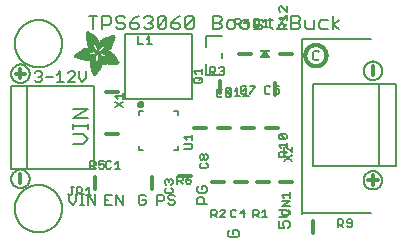
<source format=gbr>
G04 EAGLE Gerber RS-274X export*
G75*
%MOMM*%
%FSLAX34Y34*%
%LPD*%
%INSilkscreen Top*%
%IPPOS*%
%AMOC8*
5,1,8,0,0,1.08239X$1,22.5*%
G01*
%ADD10C,0.203200*%
%ADD11C,0.152400*%
%ADD12C,0.127000*%
%ADD13C,0.304800*%
%ADD14R,0.889000X0.190500*%
%ADD15R,0.050800X0.006300*%
%ADD16R,0.082600X0.006400*%
%ADD17R,0.120600X0.006300*%
%ADD18R,0.139700X0.006400*%
%ADD19R,0.158800X0.006300*%
%ADD20R,0.177800X0.006400*%
%ADD21R,0.196800X0.006300*%
%ADD22R,0.215900X0.006400*%
%ADD23R,0.228600X0.006300*%
%ADD24R,0.241300X0.006400*%
%ADD25R,0.254000X0.006300*%
%ADD26R,0.266700X0.006400*%
%ADD27R,0.279400X0.006300*%
%ADD28R,0.285700X0.006400*%
%ADD29R,0.298400X0.006300*%
%ADD30R,0.311200X0.006400*%
%ADD31R,0.317500X0.006300*%
%ADD32R,0.330200X0.006400*%
%ADD33R,0.336600X0.006300*%
%ADD34R,0.349200X0.006400*%
%ADD35R,0.361900X0.006300*%
%ADD36R,0.368300X0.006400*%
%ADD37R,0.381000X0.006300*%
%ADD38R,0.387300X0.006400*%
%ADD39R,0.393700X0.006300*%
%ADD40R,0.406400X0.006400*%
%ADD41R,0.412700X0.006300*%
%ADD42R,0.419100X0.006400*%
%ADD43R,0.431800X0.006300*%
%ADD44R,0.438100X0.006400*%
%ADD45R,0.450800X0.006300*%
%ADD46R,0.457200X0.006400*%
%ADD47R,0.463500X0.006300*%
%ADD48R,0.476200X0.006400*%
%ADD49R,0.482600X0.006300*%
%ADD50R,0.488900X0.006400*%
%ADD51R,0.501600X0.006300*%
%ADD52R,0.508000X0.006400*%
%ADD53R,0.514300X0.006300*%
%ADD54R,0.527000X0.006400*%
%ADD55R,0.533400X0.006300*%
%ADD56R,0.546100X0.006400*%
%ADD57R,0.552400X0.006300*%
%ADD58R,0.558800X0.006400*%
%ADD59R,0.571500X0.006300*%
%ADD60R,0.577800X0.006400*%
%ADD61R,0.584200X0.006300*%
%ADD62R,0.596900X0.006400*%
%ADD63R,0.603200X0.006300*%
%ADD64R,0.609600X0.006400*%
%ADD65R,0.622300X0.006300*%
%ADD66R,0.628600X0.006400*%
%ADD67R,0.641300X0.006300*%
%ADD68R,0.647700X0.006400*%
%ADD69R,0.063500X0.006300*%
%ADD70R,0.654000X0.006300*%
%ADD71R,0.101600X0.006400*%
%ADD72R,0.666700X0.006400*%
%ADD73R,0.139700X0.006300*%
%ADD74R,0.673100X0.006300*%
%ADD75R,0.165100X0.006400*%
%ADD76R,0.679400X0.006400*%
%ADD77R,0.196900X0.006300*%
%ADD78R,0.692100X0.006300*%
%ADD79R,0.222200X0.006400*%
%ADD80R,0.698500X0.006400*%
%ADD81R,0.247700X0.006300*%
%ADD82R,0.704800X0.006300*%
%ADD83R,0.279400X0.006400*%
%ADD84R,0.717500X0.006400*%
%ADD85R,0.298500X0.006300*%
%ADD86R,0.723900X0.006300*%
%ADD87R,0.736600X0.006400*%
%ADD88R,0.342900X0.006300*%
%ADD89R,0.742900X0.006300*%
%ADD90R,0.374700X0.006400*%
%ADD91R,0.749300X0.006400*%
%ADD92R,0.762000X0.006300*%
%ADD93R,0.412700X0.006400*%
%ADD94R,0.768300X0.006400*%
%ADD95R,0.438100X0.006300*%
%ADD96R,0.774700X0.006300*%
%ADD97R,0.463600X0.006400*%
%ADD98R,0.787400X0.006400*%
%ADD99R,0.793700X0.006300*%
%ADD100R,0.495300X0.006400*%
%ADD101R,0.800100X0.006400*%
%ADD102R,0.520700X0.006300*%
%ADD103R,0.812800X0.006300*%
%ADD104R,0.533400X0.006400*%
%ADD105R,0.819100X0.006400*%
%ADD106R,0.558800X0.006300*%
%ADD107R,0.825500X0.006300*%
%ADD108R,0.577900X0.006400*%
%ADD109R,0.831800X0.006400*%
%ADD110R,0.596900X0.006300*%
%ADD111R,0.844500X0.006300*%
%ADD112R,0.616000X0.006400*%
%ADD113R,0.850900X0.006400*%
%ADD114R,0.635000X0.006300*%
%ADD115R,0.857200X0.006300*%
%ADD116R,0.654100X0.006400*%
%ADD117R,0.863600X0.006400*%
%ADD118R,0.666700X0.006300*%
%ADD119R,0.869900X0.006300*%
%ADD120R,0.685800X0.006400*%
%ADD121R,0.876300X0.006400*%
%ADD122R,0.882600X0.006300*%
%ADD123R,0.723900X0.006400*%
%ADD124R,0.889000X0.006400*%
%ADD125R,0.895300X0.006300*%
%ADD126R,0.755700X0.006400*%
%ADD127R,0.901700X0.006400*%
%ADD128R,0.908000X0.006300*%
%ADD129R,0.793800X0.006400*%
%ADD130R,0.914400X0.006400*%
%ADD131R,0.806400X0.006300*%
%ADD132R,0.920700X0.006300*%
%ADD133R,0.825500X0.006400*%
%ADD134R,0.927100X0.006400*%
%ADD135R,0.933400X0.006300*%
%ADD136R,0.857300X0.006400*%
%ADD137R,0.939800X0.006400*%
%ADD138R,0.870000X0.006300*%
%ADD139R,0.939800X0.006300*%
%ADD140R,0.946100X0.006400*%
%ADD141R,0.952500X0.006300*%
%ADD142R,0.908000X0.006400*%
%ADD143R,0.958800X0.006400*%
%ADD144R,0.965200X0.006300*%
%ADD145R,0.965200X0.006400*%
%ADD146R,0.971500X0.006300*%
%ADD147R,0.952500X0.006400*%
%ADD148R,0.977900X0.006400*%
%ADD149R,0.958800X0.006300*%
%ADD150R,0.984200X0.006300*%
%ADD151R,0.971500X0.006400*%
%ADD152R,0.984200X0.006400*%
%ADD153R,0.990600X0.006300*%
%ADD154R,0.984300X0.006400*%
%ADD155R,0.996900X0.006400*%
%ADD156R,0.997000X0.006300*%
%ADD157R,0.996900X0.006300*%
%ADD158R,1.003300X0.006400*%
%ADD159R,1.016000X0.006300*%
%ADD160R,1.009600X0.006300*%
%ADD161R,1.016000X0.006400*%
%ADD162R,1.009600X0.006400*%
%ADD163R,1.022300X0.006300*%
%ADD164R,1.028700X0.006400*%
%ADD165R,1.035100X0.006300*%
%ADD166R,1.047800X0.006400*%
%ADD167R,1.054100X0.006300*%
%ADD168R,1.028700X0.006300*%
%ADD169R,1.054100X0.006400*%
%ADD170R,1.035000X0.006400*%
%ADD171R,1.060400X0.006300*%
%ADD172R,1.035000X0.006300*%
%ADD173R,1.060500X0.006400*%
%ADD174R,1.041400X0.006400*%
%ADD175R,1.066800X0.006300*%
%ADD176R,1.041400X0.006300*%
%ADD177R,1.079500X0.006400*%
%ADD178R,1.047700X0.006400*%
%ADD179R,1.085900X0.006300*%
%ADD180R,1.047700X0.006300*%
%ADD181R,1.085800X0.006400*%
%ADD182R,1.092200X0.006300*%
%ADD183R,1.085900X0.006400*%
%ADD184R,1.098600X0.006300*%
%ADD185R,1.098600X0.006400*%
%ADD186R,1.060400X0.006400*%
%ADD187R,1.104900X0.006300*%
%ADD188R,1.104900X0.006400*%
%ADD189R,1.066800X0.006400*%
%ADD190R,1.111200X0.006300*%
%ADD191R,1.117600X0.006400*%
%ADD192R,1.117600X0.006300*%
%ADD193R,1.073100X0.006300*%
%ADD194R,1.073100X0.006400*%
%ADD195R,1.124000X0.006300*%
%ADD196R,1.079500X0.006300*%
%ADD197R,1.123900X0.006400*%
%ADD198R,1.130300X0.006300*%
%ADD199R,1.130300X0.006400*%
%ADD200R,1.136700X0.006400*%
%ADD201R,1.136700X0.006300*%
%ADD202R,1.085800X0.006300*%
%ADD203R,1.136600X0.006400*%
%ADD204R,1.136600X0.006300*%
%ADD205R,1.143000X0.006400*%
%ADD206R,1.143000X0.006300*%
%ADD207R,1.149400X0.006300*%
%ADD208R,1.149300X0.006300*%
%ADD209R,1.149300X0.006400*%
%ADD210R,1.149400X0.006400*%
%ADD211R,1.155700X0.006400*%
%ADD212R,1.155700X0.006300*%
%ADD213R,1.060500X0.006300*%
%ADD214R,2.197100X0.006400*%
%ADD215R,2.197100X0.006300*%
%ADD216R,2.184400X0.006300*%
%ADD217R,2.184400X0.006400*%
%ADD218R,2.171700X0.006400*%
%ADD219R,2.171700X0.006300*%
%ADD220R,1.530300X0.006400*%
%ADD221R,1.505000X0.006300*%
%ADD222R,1.492300X0.006400*%
%ADD223R,1.485900X0.006300*%
%ADD224R,0.565200X0.006300*%
%ADD225R,1.473200X0.006400*%
%ADD226R,0.565200X0.006400*%
%ADD227R,1.460500X0.006300*%
%ADD228R,1.454100X0.006400*%
%ADD229R,0.552400X0.006400*%
%ADD230R,1.441500X0.006300*%
%ADD231R,0.546100X0.006300*%
%ADD232R,1.435100X0.006400*%
%ADD233R,0.539800X0.006400*%
%ADD234R,1.428800X0.006300*%
%ADD235R,1.422400X0.006400*%
%ADD236R,1.409700X0.006300*%
%ADD237R,0.527100X0.006300*%
%ADD238R,1.403300X0.006400*%
%ADD239R,0.527100X0.006400*%
%ADD240R,1.390700X0.006300*%
%ADD241R,1.384300X0.006400*%
%ADD242R,0.520700X0.006400*%
%ADD243R,1.384300X0.006300*%
%ADD244R,0.514400X0.006300*%
%ADD245R,1.371600X0.006400*%
%ADD246R,1.365200X0.006300*%
%ADD247R,0.508000X0.006300*%
%ADD248R,1.352600X0.006400*%
%ADD249R,0.501700X0.006400*%
%ADD250R,0.711200X0.006300*%
%ADD251R,0.603300X0.006300*%
%ADD252R,0.501700X0.006300*%
%ADD253R,0.692100X0.006400*%
%ADD254R,0.571500X0.006400*%
%ADD255R,0.679400X0.006300*%
%ADD256R,0.495300X0.006300*%
%ADD257R,0.673100X0.006400*%
%ADD258R,0.666800X0.006300*%
%ADD259R,0.488900X0.006300*%
%ADD260R,0.660400X0.006400*%
%ADD261R,0.482600X0.006400*%
%ADD262R,0.476200X0.006300*%
%ADD263R,0.654000X0.006400*%
%ADD264R,0.469900X0.006400*%
%ADD265R,0.476300X0.006400*%
%ADD266R,0.647700X0.006300*%
%ADD267R,0.457200X0.006300*%
%ADD268R,0.469900X0.006300*%
%ADD269R,0.641300X0.006400*%
%ADD270R,0.444500X0.006400*%
%ADD271R,0.463600X0.006300*%
%ADD272R,0.635000X0.006400*%
%ADD273R,0.463500X0.006400*%
%ADD274R,0.393700X0.006400*%
%ADD275R,0.450800X0.006400*%
%ADD276R,0.628600X0.006300*%
%ADD277R,0.387400X0.006300*%
%ADD278R,0.450900X0.006300*%
%ADD279R,0.628700X0.006400*%
%ADD280R,0.374600X0.006400*%
%ADD281R,0.368300X0.006300*%
%ADD282R,0.438200X0.006300*%
%ADD283R,0.622300X0.006400*%
%ADD284R,0.355600X0.006400*%
%ADD285R,0.431800X0.006400*%
%ADD286R,0.349300X0.006300*%
%ADD287R,0.425400X0.006300*%
%ADD288R,0.615900X0.006300*%
%ADD289R,0.330200X0.006300*%
%ADD290R,0.419100X0.006300*%
%ADD291R,0.616000X0.006300*%
%ADD292R,0.311200X0.006300*%
%ADD293R,0.406400X0.006300*%
%ADD294R,0.615900X0.006400*%
%ADD295R,0.304800X0.006400*%
%ADD296R,0.158800X0.006400*%
%ADD297R,0.609600X0.006300*%
%ADD298R,0.292100X0.006300*%
%ADD299R,0.235000X0.006300*%
%ADD300R,0.387400X0.006400*%
%ADD301R,0.292100X0.006400*%
%ADD302R,0.336500X0.006300*%
%ADD303R,0.260400X0.006300*%
%ADD304R,0.603300X0.006400*%
%ADD305R,0.260400X0.006400*%
%ADD306R,0.362000X0.006400*%
%ADD307R,0.450900X0.006400*%
%ADD308R,0.355600X0.006300*%
%ADD309R,0.342900X0.006400*%
%ADD310R,0.514300X0.006400*%
%ADD311R,0.234900X0.006300*%
%ADD312R,0.539700X0.006300*%
%ADD313R,0.603200X0.006400*%
%ADD314R,0.234900X0.006400*%
%ADD315R,0.920700X0.006400*%
%ADD316R,0.958900X0.006400*%
%ADD317R,0.215900X0.006300*%
%ADD318R,0.209600X0.006400*%
%ADD319R,0.203200X0.006300*%
%ADD320R,1.003300X0.006300*%
%ADD321R,0.203200X0.006400*%
%ADD322R,0.196900X0.006400*%
%ADD323R,0.190500X0.006300*%
%ADD324R,0.190500X0.006400*%
%ADD325R,0.184200X0.006300*%
%ADD326R,0.590500X0.006400*%
%ADD327R,0.184200X0.006400*%
%ADD328R,0.590500X0.006300*%
%ADD329R,0.177800X0.006300*%
%ADD330R,0.584200X0.006400*%
%ADD331R,1.168400X0.006400*%
%ADD332R,0.171500X0.006300*%
%ADD333R,1.187500X0.006300*%
%ADD334R,1.200100X0.006400*%
%ADD335R,0.577800X0.006300*%
%ADD336R,1.212900X0.006300*%
%ADD337R,1.231900X0.006400*%
%ADD338R,1.250900X0.006300*%
%ADD339R,0.565100X0.006400*%
%ADD340R,0.184100X0.006400*%
%ADD341R,1.263700X0.006400*%
%ADD342R,0.565100X0.006300*%
%ADD343R,1.289100X0.006300*%
%ADD344R,1.314400X0.006400*%
%ADD345R,0.552500X0.006300*%
%ADD346R,1.568500X0.006300*%
%ADD347R,0.552500X0.006400*%
%ADD348R,1.581200X0.006400*%
%ADD349R,1.593800X0.006300*%
%ADD350R,1.606500X0.006400*%
%ADD351R,1.619300X0.006300*%
%ADD352R,0.514400X0.006400*%
%ADD353R,1.638300X0.006400*%
%ADD354R,1.657300X0.006300*%
%ADD355R,2.209800X0.006400*%
%ADD356R,2.425700X0.006300*%
%ADD357R,2.470100X0.006400*%
%ADD358R,2.501900X0.006300*%
%ADD359R,2.533700X0.006400*%
%ADD360R,2.559000X0.006300*%
%ADD361R,2.584500X0.006400*%
%ADD362R,2.609900X0.006300*%
%ADD363R,2.628900X0.006400*%
%ADD364R,2.660600X0.006300*%
%ADD365R,2.673400X0.006400*%
%ADD366R,1.422400X0.006300*%
%ADD367R,1.200200X0.006300*%
%ADD368R,1.365300X0.006300*%
%ADD369R,1.365300X0.006400*%
%ADD370R,1.352500X0.006300*%
%ADD371R,1.098500X0.006300*%
%ADD372R,1.358900X0.006400*%
%ADD373R,1.352600X0.006300*%
%ADD374R,1.358900X0.006300*%
%ADD375R,1.371600X0.006300*%
%ADD376R,1.377900X0.006400*%
%ADD377R,1.397000X0.006400*%
%ADD378R,1.403300X0.006300*%
%ADD379R,0.914400X0.006300*%
%ADD380R,0.876300X0.006300*%
%ADD381R,0.374600X0.006300*%
%ADD382R,1.073200X0.006400*%
%ADD383R,0.374700X0.006300*%
%ADD384R,0.844600X0.006400*%
%ADD385R,0.844600X0.006300*%
%ADD386R,0.831900X0.006400*%
%ADD387R,1.092200X0.006400*%
%ADD388R,0.400000X0.006300*%
%ADD389R,0.819200X0.006400*%
%ADD390R,1.111300X0.006400*%
%ADD391R,0.812800X0.006400*%
%ADD392R,0.800100X0.006300*%
%ADD393R,0.476300X0.006300*%
%ADD394R,1.181100X0.006300*%
%ADD395R,0.501600X0.006400*%
%ADD396R,1.193800X0.006400*%
%ADD397R,0.781000X0.006400*%
%ADD398R,1.238200X0.006400*%
%ADD399R,0.781100X0.006300*%
%ADD400R,1.257300X0.006300*%
%ADD401R,1.295400X0.006400*%
%ADD402R,1.333500X0.006300*%
%ADD403R,0.774700X0.006400*%
%ADD404R,1.866900X0.006400*%
%ADD405R,0.209600X0.006300*%
%ADD406R,1.866900X0.006300*%
%ADD407R,0.768400X0.006400*%
%ADD408R,0.209500X0.006400*%
%ADD409R,1.860600X0.006400*%
%ADD410R,0.762000X0.006400*%
%ADD411R,0.768400X0.006300*%
%ADD412R,1.860600X0.006300*%
%ADD413R,1.860500X0.006400*%
%ADD414R,0.222300X0.006300*%
%ADD415R,1.854200X0.006300*%
%ADD416R,0.235000X0.006400*%
%ADD417R,1.854200X0.006400*%
%ADD418R,0.768300X0.006300*%
%ADD419R,0.260300X0.006400*%
%ADD420R,1.847800X0.006400*%
%ADD421R,0.266700X0.006300*%
%ADD422R,1.847800X0.006300*%
%ADD423R,0.273100X0.006400*%
%ADD424R,1.841500X0.006400*%
%ADD425R,0.285800X0.006300*%
%ADD426R,1.841500X0.006300*%
%ADD427R,0.298500X0.006400*%
%ADD428R,1.835100X0.006400*%
%ADD429R,0.781000X0.006300*%
%ADD430R,0.304800X0.006300*%
%ADD431R,1.835100X0.006300*%
%ADD432R,0.317500X0.006400*%
%ADD433R,1.828800X0.006400*%
%ADD434R,0.787400X0.006300*%
%ADD435R,0.323800X0.006300*%
%ADD436R,1.828800X0.006300*%
%ADD437R,0.793700X0.006400*%
%ADD438R,1.822400X0.006400*%
%ADD439R,0.806500X0.006300*%
%ADD440R,1.822400X0.006300*%
%ADD441R,1.816100X0.006400*%
%ADD442R,0.819100X0.006300*%
%ADD443R,0.387300X0.006300*%
%ADD444R,1.816100X0.006300*%
%ADD445R,1.809800X0.006400*%
%ADD446R,1.803400X0.006300*%
%ADD447R,1.797000X0.006400*%
%ADD448R,0.901700X0.006300*%
%ADD449R,1.797000X0.006300*%
%ADD450R,1.441400X0.006400*%
%ADD451R,1.790700X0.006400*%
%ADD452R,1.447800X0.006300*%
%ADD453R,1.784300X0.006300*%
%ADD454R,1.447800X0.006400*%
%ADD455R,1.784300X0.006400*%
%ADD456R,1.454100X0.006300*%
%ADD457R,1.771700X0.006300*%
%ADD458R,1.460500X0.006400*%
%ADD459R,1.759000X0.006400*%
%ADD460R,1.466800X0.006300*%
%ADD461R,1.752600X0.006300*%
%ADD462R,1.466800X0.006400*%
%ADD463R,1.739900X0.006400*%
%ADD464R,1.473200X0.006300*%
%ADD465R,1.727200X0.006300*%
%ADD466R,1.479500X0.006400*%
%ADD467R,1.714500X0.006400*%
%ADD468R,1.695400X0.006300*%
%ADD469R,1.485900X0.006400*%
%ADD470R,1.682700X0.006400*%
%ADD471R,1.492200X0.006300*%
%ADD472R,1.663700X0.006300*%
%ADD473R,1.498600X0.006400*%
%ADD474R,1.644600X0.006400*%
%ADD475R,1.498600X0.006300*%
%ADD476R,1.619200X0.006300*%
%ADD477R,1.511300X0.006400*%
%ADD478R,1.600200X0.006400*%
%ADD479R,1.517700X0.006300*%
%ADD480R,1.574800X0.006300*%
%ADD481R,1.524000X0.006400*%
%ADD482R,1.555800X0.006400*%
%ADD483R,1.524000X0.006300*%
%ADD484R,1.536700X0.006300*%
%ADD485R,1.530400X0.006400*%
%ADD486R,1.517700X0.006400*%
%ADD487R,1.492300X0.006300*%
%ADD488R,1.549400X0.006400*%
%ADD489R,1.479600X0.006400*%
%ADD490R,1.549400X0.006300*%
%ADD491R,1.555700X0.006400*%
%ADD492R,1.562100X0.006300*%
%ADD493R,0.323900X0.006300*%
%ADD494R,1.568400X0.006400*%
%ADD495R,0.336600X0.006400*%
%ADD496R,1.587500X0.006300*%
%ADD497R,0.971600X0.006300*%
%ADD498R,0.349300X0.006400*%
%ADD499R,1.600200X0.006300*%
%ADD500R,0.920800X0.006300*%
%ADD501R,0.882700X0.006400*%
%ADD502R,1.612900X0.006300*%
%ADD503R,0.362000X0.006300*%
%ADD504R,1.625600X0.006400*%
%ADD505R,1.625600X0.006300*%
%ADD506R,1.644600X0.006300*%
%ADD507R,0.736600X0.006300*%
%ADD508R,0.717600X0.006400*%
%ADD509R,1.657400X0.006300*%
%ADD510R,0.679500X0.006300*%
%ADD511R,1.663700X0.006400*%
%ADD512R,0.400000X0.006400*%
%ADD513R,1.676400X0.006300*%
%ADD514R,1.676400X0.006400*%
%ADD515R,0.425500X0.006400*%
%ADD516R,1.352500X0.006400*%
%ADD517R,0.444500X0.006300*%
%ADD518R,0.361900X0.006400*%
%ADD519R,0.088900X0.006300*%
%ADD520R,1.009700X0.006300*%
%ADD521R,1.009700X0.006400*%
%ADD522R,1.022300X0.006400*%
%ADD523R,1.346200X0.006400*%
%ADD524R,1.346200X0.006300*%
%ADD525R,1.339900X0.006400*%
%ADD526R,1.035100X0.006400*%
%ADD527R,1.339800X0.006300*%
%ADD528R,1.333500X0.006400*%
%ADD529R,1.327200X0.006400*%
%ADD530R,1.320800X0.006300*%
%ADD531R,1.314500X0.006400*%
%ADD532R,1.314400X0.006300*%
%ADD533R,1.301700X0.006400*%
%ADD534R,1.295400X0.006300*%
%ADD535R,1.289000X0.006400*%
%ADD536R,1.276300X0.006300*%
%ADD537R,1.251000X0.006300*%
%ADD538R,1.244600X0.006400*%
%ADD539R,1.231900X0.006300*%
%ADD540R,1.212800X0.006400*%
%ADD541R,1.200100X0.006300*%
%ADD542R,1.187400X0.006400*%
%ADD543R,1.168400X0.006300*%
%ADD544R,1.047800X0.006300*%
%ADD545R,0.977900X0.006300*%
%ADD546R,0.946200X0.006400*%
%ADD547R,0.933400X0.006400*%
%ADD548R,0.895300X0.006400*%
%ADD549R,0.882700X0.006300*%
%ADD550R,0.863600X0.006300*%
%ADD551R,0.857200X0.006400*%
%ADD552R,0.850900X0.006300*%
%ADD553R,0.838200X0.006300*%
%ADD554R,0.806500X0.006400*%
%ADD555R,0.717600X0.006300*%
%ADD556R,0.711200X0.006400*%
%ADD557R,0.641400X0.006400*%
%ADD558R,0.641400X0.006300*%
%ADD559R,0.628700X0.006300*%
%ADD560R,0.590600X0.006300*%
%ADD561R,0.539700X0.006400*%
%ADD562R,0.285700X0.006300*%
%ADD563R,0.222200X0.006300*%
%ADD564R,0.171400X0.006300*%
%ADD565R,0.152400X0.006400*%
%ADD566R,0.133400X0.006300*%

G36*
X220998Y152912D02*
X220998Y152912D01*
X221015Y152910D01*
X221119Y152931D01*
X221223Y152949D01*
X221238Y152957D01*
X221256Y152961D01*
X221347Y153014D01*
X221440Y153064D01*
X221452Y153076D01*
X221468Y153086D01*
X221537Y153165D01*
X221610Y153242D01*
X221617Y153258D01*
X221629Y153272D01*
X221669Y153369D01*
X221713Y153465D01*
X221715Y153483D01*
X221722Y153499D01*
X221729Y153605D01*
X221740Y153709D01*
X221736Y153727D01*
X221738Y153745D01*
X221710Y153847D01*
X221688Y153950D01*
X221679Y153965D01*
X221674Y153982D01*
X221589Y154127D01*
X217779Y159207D01*
X217776Y159210D01*
X217774Y159214D01*
X217687Y159295D01*
X217602Y159377D01*
X217598Y159379D01*
X217595Y159382D01*
X217486Y159432D01*
X217379Y159482D01*
X217375Y159482D01*
X217371Y159484D01*
X217253Y159497D01*
X217135Y159510D01*
X217131Y159510D01*
X217126Y159510D01*
X217010Y159484D01*
X216894Y159460D01*
X216890Y159457D01*
X216886Y159456D01*
X216784Y159395D01*
X216682Y159335D01*
X216679Y159331D01*
X216676Y159329D01*
X216561Y159207D01*
X212751Y154127D01*
X212743Y154111D01*
X212731Y154098D01*
X212686Y154002D01*
X212637Y153909D01*
X212634Y153891D01*
X212627Y153875D01*
X212615Y153770D01*
X212599Y153666D01*
X212602Y153648D01*
X212600Y153631D01*
X212622Y153528D01*
X212640Y153423D01*
X212648Y153408D01*
X212652Y153390D01*
X212706Y153300D01*
X212756Y153207D01*
X212769Y153194D01*
X212778Y153179D01*
X212858Y153110D01*
X212935Y153038D01*
X212952Y153031D01*
X212965Y153019D01*
X213063Y152980D01*
X213159Y152936D01*
X213177Y152934D01*
X213193Y152927D01*
X213360Y152909D01*
X220980Y152909D01*
X220998Y152912D01*
G37*
D10*
X54854Y80073D02*
X62989Y80073D01*
X67056Y84140D01*
X62989Y88208D01*
X54854Y88208D01*
X67056Y93170D02*
X67056Y97238D01*
X67056Y95204D02*
X54854Y95204D01*
X54854Y93170D02*
X54854Y97238D01*
X54854Y101902D02*
X67056Y101902D01*
X67056Y110037D02*
X54854Y101902D01*
X54854Y110037D02*
X67056Y110037D01*
D11*
X229355Y14949D02*
X229355Y9187D01*
X233676Y9187D01*
X232236Y12068D01*
X232236Y13509D01*
X233676Y14949D01*
X236557Y14949D01*
X237998Y13509D01*
X237998Y10627D01*
X236557Y9187D01*
X235117Y18542D02*
X229355Y18542D01*
X235117Y18542D02*
X237998Y21423D01*
X235117Y24304D01*
X229355Y24304D01*
X71581Y177292D02*
X71581Y188478D01*
X67853Y188478D02*
X75310Y188478D01*
X79547Y188478D02*
X79547Y177292D01*
X79547Y188478D02*
X85139Y188478D01*
X87004Y186613D01*
X87004Y182885D01*
X85139Y181021D01*
X79547Y181021D01*
X96833Y188478D02*
X98698Y186613D01*
X96833Y188478D02*
X93105Y188478D01*
X91241Y186613D01*
X91241Y184749D01*
X93105Y182885D01*
X96833Y182885D01*
X98698Y181021D01*
X98698Y179156D01*
X96833Y177292D01*
X93105Y177292D01*
X91241Y179156D01*
X106663Y186613D02*
X110392Y188478D01*
X106663Y186613D02*
X102934Y182885D01*
X102934Y179156D01*
X104799Y177292D01*
X108527Y177292D01*
X110392Y179156D01*
X110392Y181021D01*
X108527Y182885D01*
X102934Y182885D01*
X114628Y186613D02*
X116493Y188478D01*
X120221Y188478D01*
X122085Y186613D01*
X122085Y184749D01*
X120221Y182885D01*
X118357Y182885D01*
X120221Y182885D02*
X122085Y181021D01*
X122085Y179156D01*
X120221Y177292D01*
X116493Y177292D01*
X114628Y179156D01*
X126322Y179156D02*
X126322Y186613D01*
X128187Y188478D01*
X131915Y188478D01*
X133779Y186613D01*
X133779Y179156D01*
X131915Y177292D01*
X128187Y177292D01*
X126322Y179156D01*
X133779Y186613D01*
X141745Y186613D02*
X145473Y188478D01*
X141745Y186613D02*
X138016Y182885D01*
X138016Y179156D01*
X139881Y177292D01*
X143609Y177292D01*
X145473Y179156D01*
X145473Y181021D01*
X143609Y182885D01*
X138016Y182885D01*
X149710Y186613D02*
X149710Y179156D01*
X149710Y186613D02*
X151575Y188478D01*
X155303Y188478D01*
X157167Y186613D01*
X157167Y179156D01*
X155303Y177292D01*
X151575Y177292D01*
X149710Y179156D01*
X157167Y186613D01*
X173098Y188478D02*
X173098Y177292D01*
X173098Y188478D02*
X178691Y188478D01*
X180555Y186613D01*
X180555Y184749D01*
X178691Y182885D01*
X180555Y181021D01*
X180555Y179156D01*
X178691Y177292D01*
X173098Y177292D01*
X173098Y182885D02*
X178691Y182885D01*
X186657Y177292D02*
X190385Y177292D01*
X192249Y179156D01*
X192249Y182885D01*
X190385Y184749D01*
X186657Y184749D01*
X184792Y182885D01*
X184792Y179156D01*
X186657Y177292D01*
X198350Y177292D02*
X202079Y177292D01*
X203943Y179156D01*
X203943Y182885D01*
X202079Y184749D01*
X198350Y184749D01*
X196486Y182885D01*
X196486Y179156D01*
X198350Y177292D01*
X208180Y177292D02*
X213773Y177292D01*
X215637Y179156D01*
X213773Y181021D01*
X210044Y181021D01*
X208180Y182885D01*
X210044Y184749D01*
X215637Y184749D01*
X221738Y186613D02*
X221738Y179156D01*
X223603Y177292D01*
X223603Y184749D02*
X219874Y184749D01*
X227670Y177292D02*
X235127Y188478D01*
X239364Y188478D02*
X239364Y177292D01*
X239364Y188478D02*
X244957Y188478D01*
X246821Y186613D01*
X246821Y184749D01*
X244957Y182885D01*
X246821Y181021D01*
X246821Y179156D01*
X244957Y177292D01*
X239364Y177292D01*
X239364Y182885D02*
X244957Y182885D01*
X251058Y184749D02*
X251058Y179156D01*
X252922Y177292D01*
X258515Y177292D01*
X258515Y184749D01*
X264616Y184749D02*
X270209Y184749D01*
X264616Y184749D02*
X262752Y182885D01*
X262752Y179156D01*
X264616Y177292D01*
X270209Y177292D01*
X274446Y177292D02*
X274446Y188478D01*
X274446Y181021D02*
X280039Y177292D01*
X274446Y181021D02*
X280039Y184749D01*
X116147Y35905D02*
X114706Y37345D01*
X111825Y37345D01*
X110384Y35905D01*
X110384Y30143D01*
X111825Y28702D01*
X114706Y28702D01*
X116147Y30143D01*
X116147Y33024D01*
X113266Y33024D01*
D12*
X51661Y31541D02*
X51661Y37473D01*
X51661Y31541D02*
X54627Y28575D01*
X57593Y31541D01*
X57593Y37473D01*
X61017Y28575D02*
X63982Y28575D01*
X62500Y28575D02*
X62500Y37473D01*
X63982Y37473D02*
X61017Y37473D01*
X67253Y37473D02*
X67253Y28575D01*
X73185Y28575D02*
X67253Y37473D01*
X73185Y37473D02*
X73185Y28575D01*
D11*
X81577Y37345D02*
X87339Y37345D01*
X81577Y37345D02*
X81577Y28702D01*
X87339Y28702D01*
X84458Y33024D02*
X81577Y33024D01*
X90932Y37345D02*
X90932Y28702D01*
X96694Y28702D02*
X90932Y37345D01*
X96694Y37345D02*
X96694Y28702D01*
X186175Y5486D02*
X187615Y6927D01*
X186175Y5486D02*
X186175Y2605D01*
X187615Y1164D01*
X193377Y1164D01*
X194818Y2605D01*
X194818Y5486D01*
X193377Y6927D01*
X190496Y6927D01*
X190496Y4046D01*
X126027Y28702D02*
X126027Y37345D01*
X130349Y37345D01*
X131789Y35905D01*
X131789Y33024D01*
X130349Y31583D01*
X126027Y31583D01*
X139704Y37345D02*
X141144Y35905D01*
X139704Y37345D02*
X136823Y37345D01*
X135382Y35905D01*
X135382Y34464D01*
X136823Y33024D01*
X139704Y33024D01*
X141144Y31583D01*
X141144Y30143D01*
X139704Y28702D01*
X136823Y28702D01*
X135382Y30143D01*
X159505Y29507D02*
X168148Y29507D01*
X159505Y29507D02*
X159505Y33829D01*
X160945Y35269D01*
X163826Y35269D01*
X165267Y33829D01*
X165267Y29507D01*
X159505Y43184D02*
X160945Y44624D01*
X159505Y43184D02*
X159505Y40303D01*
X160945Y38862D01*
X166707Y38862D01*
X168148Y40303D01*
X168148Y43184D01*
X166707Y44624D01*
X163826Y44624D01*
X163826Y41743D01*
D12*
X23708Y141613D02*
X22225Y140130D01*
X23708Y141613D02*
X26674Y141613D01*
X28157Y140130D01*
X28157Y138647D01*
X26674Y137164D01*
X25191Y137164D01*
X26674Y137164D02*
X28157Y135681D01*
X28157Y134198D01*
X26674Y132715D01*
X23708Y132715D01*
X22225Y134198D01*
X31580Y137164D02*
X37512Y137164D01*
X40935Y138647D02*
X43901Y141613D01*
X43901Y132715D01*
X40935Y132715D02*
X46867Y132715D01*
X50291Y132715D02*
X56222Y132715D01*
X50291Y132715D02*
X56222Y138647D01*
X56222Y140130D01*
X54739Y141613D01*
X51773Y141613D01*
X50291Y140130D01*
X59646Y141613D02*
X59646Y135681D01*
X62612Y132715D01*
X65577Y135681D01*
X65577Y141613D01*
D13*
X110586Y113440D02*
X110588Y113515D01*
X110594Y113589D01*
X110604Y113663D01*
X110617Y113736D01*
X110635Y113809D01*
X110656Y113880D01*
X110681Y113951D01*
X110710Y114020D01*
X110743Y114087D01*
X110779Y114152D01*
X110818Y114216D01*
X110860Y114277D01*
X110906Y114336D01*
X110955Y114393D01*
X111007Y114446D01*
X111061Y114497D01*
X111118Y114546D01*
X111178Y114590D01*
X111240Y114632D01*
X111304Y114671D01*
X111370Y114706D01*
X111437Y114737D01*
X111507Y114765D01*
X111577Y114789D01*
X111649Y114810D01*
X111722Y114826D01*
X111795Y114839D01*
X111870Y114848D01*
X111944Y114853D01*
X112019Y114854D01*
X112093Y114851D01*
X112168Y114844D01*
X112241Y114833D01*
X112315Y114819D01*
X112387Y114800D01*
X112458Y114778D01*
X112528Y114752D01*
X112597Y114722D01*
X112663Y114689D01*
X112728Y114652D01*
X112791Y114612D01*
X112852Y114568D01*
X112910Y114522D01*
X112966Y114472D01*
X113019Y114420D01*
X113070Y114365D01*
X113117Y114307D01*
X113161Y114247D01*
X113202Y114184D01*
X113240Y114120D01*
X113274Y114054D01*
X113305Y113985D01*
X113332Y113916D01*
X113355Y113845D01*
X113374Y113773D01*
X113390Y113700D01*
X113402Y113626D01*
X113410Y113552D01*
X113414Y113477D01*
X113414Y113403D01*
X113410Y113328D01*
X113402Y113254D01*
X113390Y113180D01*
X113374Y113107D01*
X113355Y113035D01*
X113332Y112964D01*
X113305Y112895D01*
X113274Y112826D01*
X113240Y112760D01*
X113202Y112696D01*
X113161Y112633D01*
X113117Y112573D01*
X113070Y112515D01*
X113019Y112460D01*
X112966Y112408D01*
X112910Y112358D01*
X112852Y112312D01*
X112791Y112268D01*
X112728Y112228D01*
X112663Y112191D01*
X112597Y112158D01*
X112528Y112128D01*
X112458Y112102D01*
X112387Y112080D01*
X112315Y112061D01*
X112241Y112047D01*
X112168Y112036D01*
X112093Y112029D01*
X112019Y112026D01*
X111944Y112027D01*
X111870Y112032D01*
X111795Y112041D01*
X111722Y112054D01*
X111649Y112070D01*
X111577Y112091D01*
X111507Y112115D01*
X111437Y112143D01*
X111370Y112174D01*
X111304Y112209D01*
X111240Y112248D01*
X111178Y112290D01*
X111118Y112334D01*
X111061Y112383D01*
X111007Y112434D01*
X110955Y112487D01*
X110906Y112544D01*
X110860Y112603D01*
X110818Y112664D01*
X110779Y112728D01*
X110743Y112793D01*
X110710Y112860D01*
X110681Y112929D01*
X110656Y113000D01*
X110635Y113071D01*
X110617Y113144D01*
X110604Y113217D01*
X110594Y113291D01*
X110588Y113365D01*
X110586Y113440D01*
D12*
X143750Y108190D02*
X143750Y104840D01*
X143750Y108190D02*
X140400Y108190D01*
X143750Y78040D02*
X143750Y74690D01*
X140400Y74690D01*
X110250Y104840D02*
X110250Y108190D01*
X113600Y108190D01*
X110250Y78040D02*
X110250Y74690D01*
X113600Y74690D01*
D11*
X148756Y75994D02*
X154264Y75994D01*
X155366Y77095D01*
X155366Y79299D01*
X154264Y80400D01*
X148756Y80400D01*
X150960Y83478D02*
X148756Y85681D01*
X155366Y85681D01*
X155366Y83478D02*
X155366Y87884D01*
D10*
X155500Y173550D02*
X98500Y173550D01*
X155500Y173550D02*
X155500Y118550D01*
X98500Y118550D01*
X98500Y173550D01*
D11*
X109462Y171522D02*
X109462Y164912D01*
X113868Y164912D01*
X116946Y169318D02*
X119149Y171522D01*
X119149Y164912D01*
X116946Y164912D02*
X121353Y164912D01*
D13*
X92710Y88900D02*
X82550Y88900D01*
D11*
X85982Y65792D02*
X87083Y64690D01*
X85982Y65792D02*
X83779Y65792D01*
X82677Y64690D01*
X82677Y60284D01*
X83779Y59182D01*
X85982Y59182D01*
X87083Y60284D01*
X90161Y63588D02*
X92364Y65792D01*
X92364Y59182D01*
X90161Y59182D02*
X94568Y59182D01*
D13*
X92710Y124460D02*
X82550Y124460D01*
D11*
X83545Y153082D02*
X82444Y154184D01*
X80240Y154184D01*
X79139Y153082D01*
X79139Y148676D01*
X80240Y147574D01*
X82444Y147574D01*
X83545Y148676D01*
X86623Y147574D02*
X91029Y147574D01*
X86623Y147574D02*
X91029Y151980D01*
X91029Y153082D01*
X89928Y154184D01*
X87724Y154184D01*
X86623Y153082D01*
D13*
X144780Y53340D02*
X154940Y53340D01*
D11*
X133430Y42633D02*
X132328Y41532D01*
X132328Y39329D01*
X133430Y38227D01*
X137836Y38227D01*
X138938Y39329D01*
X138938Y41532D01*
X137836Y42633D01*
X133430Y45711D02*
X132328Y46813D01*
X132328Y49016D01*
X133430Y50118D01*
X134532Y50118D01*
X135633Y49016D01*
X135633Y47914D01*
X135633Y49016D02*
X136735Y50118D01*
X137836Y50118D01*
X138938Y49016D01*
X138938Y46813D01*
X137836Y45711D01*
D13*
X210820Y48260D02*
X220980Y48260D01*
D11*
X207409Y24644D02*
X207409Y18034D01*
X207409Y24644D02*
X210714Y24644D01*
X211815Y23542D01*
X211815Y21339D01*
X210714Y20237D01*
X207409Y20237D01*
X209612Y20237D02*
X211815Y18034D01*
X214893Y22440D02*
X217096Y24644D01*
X217096Y18034D01*
X214893Y18034D02*
X219299Y18034D01*
D13*
X182880Y48260D02*
X172720Y48260D01*
D11*
X171849Y24644D02*
X171849Y18034D01*
X171849Y24644D02*
X175154Y24644D01*
X176255Y23542D01*
X176255Y21339D01*
X175154Y20237D01*
X171849Y20237D01*
X174052Y20237D02*
X176255Y18034D01*
X179333Y18034D02*
X183739Y18034D01*
X179333Y18034D02*
X183739Y22440D01*
X183739Y23542D01*
X182638Y24644D01*
X180434Y24644D01*
X179333Y23542D01*
D13*
X191770Y48260D02*
X201930Y48260D01*
D11*
X191664Y24644D02*
X192765Y23542D01*
X191664Y24644D02*
X189460Y24644D01*
X188359Y23542D01*
X188359Y19136D01*
X189460Y18034D01*
X191664Y18034D01*
X192765Y19136D01*
X199148Y18034D02*
X199148Y24644D01*
X195843Y21339D01*
X200249Y21339D01*
D13*
X179070Y123190D02*
X179070Y133350D01*
D11*
X170579Y138684D02*
X170579Y145294D01*
X173884Y145294D01*
X174985Y144192D01*
X174985Y141989D01*
X173884Y140887D01*
X170579Y140887D01*
X172782Y140887D02*
X174985Y138684D01*
X178063Y144192D02*
X179164Y145294D01*
X181368Y145294D01*
X182469Y144192D01*
X182469Y143090D01*
X181368Y141989D01*
X180266Y141989D01*
X181368Y141989D02*
X182469Y140887D01*
X182469Y139786D01*
X181368Y138684D01*
X179164Y138684D01*
X178063Y139786D01*
D13*
X218440Y93980D02*
X228600Y93980D01*
D11*
X221703Y128063D02*
X220602Y129165D01*
X218399Y129165D01*
X217297Y128063D01*
X217297Y123657D01*
X218399Y122555D01*
X220602Y122555D01*
X221703Y123657D01*
X224781Y129165D02*
X229188Y129165D01*
X224781Y129165D02*
X224781Y125860D01*
X226984Y126961D01*
X228086Y126961D01*
X229188Y125860D01*
X229188Y123657D01*
X228086Y122555D01*
X225883Y122555D01*
X224781Y123657D01*
D13*
X187960Y93980D02*
X177800Y93980D01*
D11*
X181063Y125523D02*
X179962Y126625D01*
X177759Y126625D01*
X176657Y125523D01*
X176657Y121117D01*
X177759Y120015D01*
X179962Y120015D01*
X181063Y121117D01*
X186344Y125523D02*
X188548Y126625D01*
X186344Y125523D02*
X184141Y123320D01*
X184141Y121117D01*
X185243Y120015D01*
X187446Y120015D01*
X188548Y121117D01*
X188548Y122218D01*
X187446Y123320D01*
X184141Y123320D01*
D13*
X198120Y93980D02*
X208280Y93980D01*
D11*
X201383Y128063D02*
X200282Y129165D01*
X198079Y129165D01*
X196977Y128063D01*
X196977Y123657D01*
X198079Y122555D01*
X200282Y122555D01*
X201383Y123657D01*
X204461Y129165D02*
X208868Y129165D01*
X208868Y128063D01*
X204461Y123657D01*
X204461Y122555D01*
D14*
X217170Y158568D03*
D11*
X208044Y179324D02*
X208044Y185934D01*
X208044Y179324D02*
X211349Y179324D01*
X212450Y180426D01*
X212450Y184832D01*
X211349Y185934D01*
X208044Y185934D01*
X215528Y183730D02*
X217731Y185934D01*
X217731Y179324D01*
X215528Y179324D02*
X219934Y179324D01*
D13*
X205740Y156210D02*
X195580Y156210D01*
D11*
X192169Y179324D02*
X192169Y185934D01*
X195474Y185934D01*
X196575Y184832D01*
X196575Y182629D01*
X195474Y181527D01*
X192169Y181527D01*
X194372Y181527D02*
X196575Y179324D01*
X202958Y179324D02*
X202958Y185934D01*
X199653Y182629D01*
X204059Y182629D01*
D10*
X5400Y25400D02*
X5406Y25891D01*
X5424Y26381D01*
X5454Y26871D01*
X5496Y27360D01*
X5550Y27848D01*
X5616Y28335D01*
X5694Y28819D01*
X5784Y29302D01*
X5886Y29782D01*
X5999Y30260D01*
X6124Y30734D01*
X6261Y31206D01*
X6409Y31674D01*
X6569Y32138D01*
X6740Y32598D01*
X6922Y33054D01*
X7116Y33505D01*
X7320Y33951D01*
X7536Y34392D01*
X7762Y34828D01*
X7998Y35258D01*
X8245Y35682D01*
X8503Y36100D01*
X8771Y36511D01*
X9048Y36916D01*
X9336Y37314D01*
X9633Y37705D01*
X9940Y38088D01*
X10256Y38463D01*
X10581Y38831D01*
X10915Y39191D01*
X11258Y39542D01*
X11609Y39885D01*
X11969Y40219D01*
X12337Y40544D01*
X12712Y40860D01*
X13095Y41167D01*
X13486Y41464D01*
X13884Y41752D01*
X14289Y42029D01*
X14700Y42297D01*
X15118Y42555D01*
X15542Y42802D01*
X15972Y43038D01*
X16408Y43264D01*
X16849Y43480D01*
X17295Y43684D01*
X17746Y43878D01*
X18202Y44060D01*
X18662Y44231D01*
X19126Y44391D01*
X19594Y44539D01*
X20066Y44676D01*
X20540Y44801D01*
X21018Y44914D01*
X21498Y45016D01*
X21981Y45106D01*
X22465Y45184D01*
X22952Y45250D01*
X23440Y45304D01*
X23929Y45346D01*
X24419Y45376D01*
X24909Y45394D01*
X25400Y45400D01*
X25891Y45394D01*
X26381Y45376D01*
X26871Y45346D01*
X27360Y45304D01*
X27848Y45250D01*
X28335Y45184D01*
X28819Y45106D01*
X29302Y45016D01*
X29782Y44914D01*
X30260Y44801D01*
X30734Y44676D01*
X31206Y44539D01*
X31674Y44391D01*
X32138Y44231D01*
X32598Y44060D01*
X33054Y43878D01*
X33505Y43684D01*
X33951Y43480D01*
X34392Y43264D01*
X34828Y43038D01*
X35258Y42802D01*
X35682Y42555D01*
X36100Y42297D01*
X36511Y42029D01*
X36916Y41752D01*
X37314Y41464D01*
X37705Y41167D01*
X38088Y40860D01*
X38463Y40544D01*
X38831Y40219D01*
X39191Y39885D01*
X39542Y39542D01*
X39885Y39191D01*
X40219Y38831D01*
X40544Y38463D01*
X40860Y38088D01*
X41167Y37705D01*
X41464Y37314D01*
X41752Y36916D01*
X42029Y36511D01*
X42297Y36100D01*
X42555Y35682D01*
X42802Y35258D01*
X43038Y34828D01*
X43264Y34392D01*
X43480Y33951D01*
X43684Y33505D01*
X43878Y33054D01*
X44060Y32598D01*
X44231Y32138D01*
X44391Y31674D01*
X44539Y31206D01*
X44676Y30734D01*
X44801Y30260D01*
X44914Y29782D01*
X45016Y29302D01*
X45106Y28819D01*
X45184Y28335D01*
X45250Y27848D01*
X45304Y27360D01*
X45346Y26871D01*
X45376Y26381D01*
X45394Y25891D01*
X45400Y25400D01*
X45394Y24909D01*
X45376Y24419D01*
X45346Y23929D01*
X45304Y23440D01*
X45250Y22952D01*
X45184Y22465D01*
X45106Y21981D01*
X45016Y21498D01*
X44914Y21018D01*
X44801Y20540D01*
X44676Y20066D01*
X44539Y19594D01*
X44391Y19126D01*
X44231Y18662D01*
X44060Y18202D01*
X43878Y17746D01*
X43684Y17295D01*
X43480Y16849D01*
X43264Y16408D01*
X43038Y15972D01*
X42802Y15542D01*
X42555Y15118D01*
X42297Y14700D01*
X42029Y14289D01*
X41752Y13884D01*
X41464Y13486D01*
X41167Y13095D01*
X40860Y12712D01*
X40544Y12337D01*
X40219Y11969D01*
X39885Y11609D01*
X39542Y11258D01*
X39191Y10915D01*
X38831Y10581D01*
X38463Y10256D01*
X38088Y9940D01*
X37705Y9633D01*
X37314Y9336D01*
X36916Y9048D01*
X36511Y8771D01*
X36100Y8503D01*
X35682Y8245D01*
X35258Y7998D01*
X34828Y7762D01*
X34392Y7536D01*
X33951Y7320D01*
X33505Y7116D01*
X33054Y6922D01*
X32598Y6740D01*
X32138Y6569D01*
X31674Y6409D01*
X31206Y6261D01*
X30734Y6124D01*
X30260Y5999D01*
X29782Y5886D01*
X29302Y5784D01*
X28819Y5694D01*
X28335Y5616D01*
X27848Y5550D01*
X27360Y5496D01*
X26871Y5454D01*
X26381Y5424D01*
X25891Y5406D01*
X25400Y5400D01*
X24909Y5406D01*
X24419Y5424D01*
X23929Y5454D01*
X23440Y5496D01*
X22952Y5550D01*
X22465Y5616D01*
X21981Y5694D01*
X21498Y5784D01*
X21018Y5886D01*
X20540Y5999D01*
X20066Y6124D01*
X19594Y6261D01*
X19126Y6409D01*
X18662Y6569D01*
X18202Y6740D01*
X17746Y6922D01*
X17295Y7116D01*
X16849Y7320D01*
X16408Y7536D01*
X15972Y7762D01*
X15542Y7998D01*
X15118Y8245D01*
X14700Y8503D01*
X14289Y8771D01*
X13884Y9048D01*
X13486Y9336D01*
X13095Y9633D01*
X12712Y9940D01*
X12337Y10256D01*
X11969Y10581D01*
X11609Y10915D01*
X11258Y11258D01*
X10915Y11609D01*
X10581Y11969D01*
X10256Y12337D01*
X9940Y12712D01*
X9633Y13095D01*
X9336Y13486D01*
X9048Y13884D01*
X8771Y14289D01*
X8503Y14700D01*
X8245Y15118D01*
X7998Y15542D01*
X7762Y15972D01*
X7536Y16408D01*
X7320Y16849D01*
X7116Y17295D01*
X6922Y17746D01*
X6740Y18202D01*
X6569Y18662D01*
X6409Y19126D01*
X6261Y19594D01*
X6124Y20066D01*
X5999Y20540D01*
X5886Y21018D01*
X5784Y21498D01*
X5694Y21981D01*
X5616Y22465D01*
X5550Y22952D01*
X5496Y23440D01*
X5454Y23929D01*
X5424Y24419D01*
X5406Y24909D01*
X5400Y25400D01*
X5400Y165100D02*
X5406Y165591D01*
X5424Y166081D01*
X5454Y166571D01*
X5496Y167060D01*
X5550Y167548D01*
X5616Y168035D01*
X5694Y168519D01*
X5784Y169002D01*
X5886Y169482D01*
X5999Y169960D01*
X6124Y170434D01*
X6261Y170906D01*
X6409Y171374D01*
X6569Y171838D01*
X6740Y172298D01*
X6922Y172754D01*
X7116Y173205D01*
X7320Y173651D01*
X7536Y174092D01*
X7762Y174528D01*
X7998Y174958D01*
X8245Y175382D01*
X8503Y175800D01*
X8771Y176211D01*
X9048Y176616D01*
X9336Y177014D01*
X9633Y177405D01*
X9940Y177788D01*
X10256Y178163D01*
X10581Y178531D01*
X10915Y178891D01*
X11258Y179242D01*
X11609Y179585D01*
X11969Y179919D01*
X12337Y180244D01*
X12712Y180560D01*
X13095Y180867D01*
X13486Y181164D01*
X13884Y181452D01*
X14289Y181729D01*
X14700Y181997D01*
X15118Y182255D01*
X15542Y182502D01*
X15972Y182738D01*
X16408Y182964D01*
X16849Y183180D01*
X17295Y183384D01*
X17746Y183578D01*
X18202Y183760D01*
X18662Y183931D01*
X19126Y184091D01*
X19594Y184239D01*
X20066Y184376D01*
X20540Y184501D01*
X21018Y184614D01*
X21498Y184716D01*
X21981Y184806D01*
X22465Y184884D01*
X22952Y184950D01*
X23440Y185004D01*
X23929Y185046D01*
X24419Y185076D01*
X24909Y185094D01*
X25400Y185100D01*
X25891Y185094D01*
X26381Y185076D01*
X26871Y185046D01*
X27360Y185004D01*
X27848Y184950D01*
X28335Y184884D01*
X28819Y184806D01*
X29302Y184716D01*
X29782Y184614D01*
X30260Y184501D01*
X30734Y184376D01*
X31206Y184239D01*
X31674Y184091D01*
X32138Y183931D01*
X32598Y183760D01*
X33054Y183578D01*
X33505Y183384D01*
X33951Y183180D01*
X34392Y182964D01*
X34828Y182738D01*
X35258Y182502D01*
X35682Y182255D01*
X36100Y181997D01*
X36511Y181729D01*
X36916Y181452D01*
X37314Y181164D01*
X37705Y180867D01*
X38088Y180560D01*
X38463Y180244D01*
X38831Y179919D01*
X39191Y179585D01*
X39542Y179242D01*
X39885Y178891D01*
X40219Y178531D01*
X40544Y178163D01*
X40860Y177788D01*
X41167Y177405D01*
X41464Y177014D01*
X41752Y176616D01*
X42029Y176211D01*
X42297Y175800D01*
X42555Y175382D01*
X42802Y174958D01*
X43038Y174528D01*
X43264Y174092D01*
X43480Y173651D01*
X43684Y173205D01*
X43878Y172754D01*
X44060Y172298D01*
X44231Y171838D01*
X44391Y171374D01*
X44539Y170906D01*
X44676Y170434D01*
X44801Y169960D01*
X44914Y169482D01*
X45016Y169002D01*
X45106Y168519D01*
X45184Y168035D01*
X45250Y167548D01*
X45304Y167060D01*
X45346Y166571D01*
X45376Y166081D01*
X45394Y165591D01*
X45400Y165100D01*
X45394Y164609D01*
X45376Y164119D01*
X45346Y163629D01*
X45304Y163140D01*
X45250Y162652D01*
X45184Y162165D01*
X45106Y161681D01*
X45016Y161198D01*
X44914Y160718D01*
X44801Y160240D01*
X44676Y159766D01*
X44539Y159294D01*
X44391Y158826D01*
X44231Y158362D01*
X44060Y157902D01*
X43878Y157446D01*
X43684Y156995D01*
X43480Y156549D01*
X43264Y156108D01*
X43038Y155672D01*
X42802Y155242D01*
X42555Y154818D01*
X42297Y154400D01*
X42029Y153989D01*
X41752Y153584D01*
X41464Y153186D01*
X41167Y152795D01*
X40860Y152412D01*
X40544Y152037D01*
X40219Y151669D01*
X39885Y151309D01*
X39542Y150958D01*
X39191Y150615D01*
X38831Y150281D01*
X38463Y149956D01*
X38088Y149640D01*
X37705Y149333D01*
X37314Y149036D01*
X36916Y148748D01*
X36511Y148471D01*
X36100Y148203D01*
X35682Y147945D01*
X35258Y147698D01*
X34828Y147462D01*
X34392Y147236D01*
X33951Y147020D01*
X33505Y146816D01*
X33054Y146622D01*
X32598Y146440D01*
X32138Y146269D01*
X31674Y146109D01*
X31206Y145961D01*
X30734Y145824D01*
X30260Y145699D01*
X29782Y145586D01*
X29302Y145484D01*
X28819Y145394D01*
X28335Y145316D01*
X27848Y145250D01*
X27360Y145196D01*
X26871Y145154D01*
X26381Y145124D01*
X25891Y145106D01*
X25400Y145100D01*
X24909Y145106D01*
X24419Y145124D01*
X23929Y145154D01*
X23440Y145196D01*
X22952Y145250D01*
X22465Y145316D01*
X21981Y145394D01*
X21498Y145484D01*
X21018Y145586D01*
X20540Y145699D01*
X20066Y145824D01*
X19594Y145961D01*
X19126Y146109D01*
X18662Y146269D01*
X18202Y146440D01*
X17746Y146622D01*
X17295Y146816D01*
X16849Y147020D01*
X16408Y147236D01*
X15972Y147462D01*
X15542Y147698D01*
X15118Y147945D01*
X14700Y148203D01*
X14289Y148471D01*
X13884Y148748D01*
X13486Y149036D01*
X13095Y149333D01*
X12712Y149640D01*
X12337Y149956D01*
X11969Y150281D01*
X11609Y150615D01*
X11258Y150958D01*
X10915Y151309D01*
X10581Y151669D01*
X10256Y152037D01*
X9940Y152412D01*
X9633Y152795D01*
X9336Y153186D01*
X9048Y153584D01*
X8771Y153989D01*
X8503Y154400D01*
X8245Y154818D01*
X7998Y155242D01*
X7762Y155672D01*
X7536Y156108D01*
X7320Y156549D01*
X7116Y156995D01*
X6922Y157446D01*
X6740Y157902D01*
X6569Y158362D01*
X6409Y158826D01*
X6261Y159294D01*
X6124Y159766D01*
X5999Y160240D01*
X5886Y160718D01*
X5784Y161198D01*
X5694Y161681D01*
X5616Y162165D01*
X5550Y162652D01*
X5496Y163140D01*
X5454Y163629D01*
X5424Y164119D01*
X5406Y164609D01*
X5400Y165100D01*
X16100Y129250D02*
X72100Y129250D01*
X16100Y129250D02*
X2100Y129250D01*
X2100Y59250D01*
X16100Y59250D01*
X72100Y59250D01*
X72100Y129250D01*
X16100Y129250D02*
X16100Y59250D01*
D11*
X90456Y111044D02*
X97066Y115450D01*
X97066Y111044D02*
X90456Y115450D01*
X92660Y118528D02*
X90456Y120731D01*
X97066Y120731D01*
X97066Y118528D02*
X97066Y122934D01*
D10*
X258100Y61250D02*
X314100Y61250D01*
X328100Y61250D01*
X328100Y131250D01*
X314100Y131250D01*
X258100Y131250D01*
X258100Y61250D01*
X314100Y61250D02*
X314100Y131250D01*
D11*
X239738Y70418D02*
X233128Y66012D01*
X233128Y70418D02*
X239738Y66012D01*
X239738Y73496D02*
X239738Y77903D01*
X235332Y77903D02*
X239738Y73496D01*
X235332Y77903D02*
X234230Y77903D01*
X233128Y76801D01*
X233128Y74598D01*
X234230Y73496D01*
D13*
X308610Y53498D02*
X308610Y45561D01*
X304642Y49530D02*
X312578Y49530D01*
D10*
X300793Y49530D02*
X300795Y49722D01*
X300802Y49914D01*
X300814Y50105D01*
X300831Y50296D01*
X300852Y50487D01*
X300878Y50677D01*
X300908Y50866D01*
X300943Y51055D01*
X300983Y51243D01*
X301027Y51429D01*
X301076Y51615D01*
X301130Y51799D01*
X301188Y51982D01*
X301250Y52163D01*
X301317Y52343D01*
X301388Y52521D01*
X301464Y52698D01*
X301544Y52872D01*
X301628Y53045D01*
X301716Y53215D01*
X301809Y53383D01*
X301905Y53549D01*
X302006Y53712D01*
X302110Y53873D01*
X302219Y54031D01*
X302331Y54187D01*
X302447Y54339D01*
X302567Y54489D01*
X302691Y54636D01*
X302818Y54780D01*
X302949Y54920D01*
X303083Y55057D01*
X303220Y55191D01*
X303360Y55322D01*
X303504Y55449D01*
X303651Y55573D01*
X303801Y55693D01*
X303953Y55809D01*
X304109Y55921D01*
X304267Y56030D01*
X304428Y56134D01*
X304591Y56235D01*
X304757Y56331D01*
X304925Y56424D01*
X305095Y56512D01*
X305268Y56596D01*
X305442Y56676D01*
X305619Y56752D01*
X305797Y56823D01*
X305977Y56890D01*
X306158Y56952D01*
X306341Y57010D01*
X306525Y57064D01*
X306711Y57113D01*
X306897Y57157D01*
X307085Y57197D01*
X307274Y57232D01*
X307463Y57262D01*
X307653Y57288D01*
X307844Y57309D01*
X308035Y57326D01*
X308226Y57338D01*
X308418Y57345D01*
X308610Y57347D01*
X308802Y57345D01*
X308994Y57338D01*
X309185Y57326D01*
X309376Y57309D01*
X309567Y57288D01*
X309757Y57262D01*
X309946Y57232D01*
X310135Y57197D01*
X310323Y57157D01*
X310509Y57113D01*
X310695Y57064D01*
X310879Y57010D01*
X311062Y56952D01*
X311243Y56890D01*
X311423Y56823D01*
X311601Y56752D01*
X311778Y56676D01*
X311952Y56596D01*
X312125Y56512D01*
X312295Y56424D01*
X312463Y56331D01*
X312629Y56235D01*
X312792Y56134D01*
X312953Y56030D01*
X313111Y55921D01*
X313267Y55809D01*
X313419Y55693D01*
X313569Y55573D01*
X313716Y55449D01*
X313860Y55322D01*
X314000Y55191D01*
X314137Y55057D01*
X314271Y54920D01*
X314402Y54780D01*
X314529Y54636D01*
X314653Y54489D01*
X314773Y54339D01*
X314889Y54187D01*
X315001Y54031D01*
X315110Y53873D01*
X315214Y53712D01*
X315315Y53549D01*
X315411Y53383D01*
X315504Y53215D01*
X315592Y53045D01*
X315676Y52872D01*
X315756Y52698D01*
X315832Y52521D01*
X315903Y52343D01*
X315970Y52163D01*
X316032Y51982D01*
X316090Y51799D01*
X316144Y51615D01*
X316193Y51429D01*
X316237Y51243D01*
X316277Y51055D01*
X316312Y50866D01*
X316342Y50677D01*
X316368Y50487D01*
X316389Y50296D01*
X316406Y50105D01*
X316418Y49914D01*
X316425Y49722D01*
X316427Y49530D01*
X316425Y49338D01*
X316418Y49146D01*
X316406Y48955D01*
X316389Y48764D01*
X316368Y48573D01*
X316342Y48383D01*
X316312Y48194D01*
X316277Y48005D01*
X316237Y47817D01*
X316193Y47631D01*
X316144Y47445D01*
X316090Y47261D01*
X316032Y47078D01*
X315970Y46897D01*
X315903Y46717D01*
X315832Y46539D01*
X315756Y46362D01*
X315676Y46188D01*
X315592Y46015D01*
X315504Y45845D01*
X315411Y45677D01*
X315315Y45511D01*
X315214Y45348D01*
X315110Y45187D01*
X315001Y45029D01*
X314889Y44873D01*
X314773Y44721D01*
X314653Y44571D01*
X314529Y44424D01*
X314402Y44280D01*
X314271Y44140D01*
X314137Y44003D01*
X314000Y43869D01*
X313860Y43738D01*
X313716Y43611D01*
X313569Y43487D01*
X313419Y43367D01*
X313267Y43251D01*
X313111Y43139D01*
X312953Y43030D01*
X312792Y42926D01*
X312629Y42825D01*
X312463Y42729D01*
X312295Y42636D01*
X312125Y42548D01*
X311952Y42464D01*
X311778Y42384D01*
X311601Y42308D01*
X311423Y42237D01*
X311243Y42170D01*
X311062Y42108D01*
X310879Y42050D01*
X310695Y41996D01*
X310509Y41947D01*
X310323Y41903D01*
X310135Y41863D01*
X309946Y41828D01*
X309757Y41798D01*
X309567Y41772D01*
X309376Y41751D01*
X309185Y41734D01*
X308994Y41722D01*
X308802Y41715D01*
X308610Y41713D01*
X308418Y41715D01*
X308226Y41722D01*
X308035Y41734D01*
X307844Y41751D01*
X307653Y41772D01*
X307463Y41798D01*
X307274Y41828D01*
X307085Y41863D01*
X306897Y41903D01*
X306711Y41947D01*
X306525Y41996D01*
X306341Y42050D01*
X306158Y42108D01*
X305977Y42170D01*
X305797Y42237D01*
X305619Y42308D01*
X305442Y42384D01*
X305268Y42464D01*
X305095Y42548D01*
X304925Y42636D01*
X304757Y42729D01*
X304591Y42825D01*
X304428Y42926D01*
X304267Y43030D01*
X304109Y43139D01*
X303953Y43251D01*
X303801Y43367D01*
X303651Y43487D01*
X303504Y43611D01*
X303360Y43738D01*
X303220Y43869D01*
X303083Y44003D01*
X302949Y44140D01*
X302818Y44280D01*
X302691Y44424D01*
X302567Y44571D01*
X302447Y44721D01*
X302331Y44873D01*
X302219Y45029D01*
X302110Y45187D01*
X302006Y45348D01*
X301905Y45511D01*
X301809Y45677D01*
X301716Y45845D01*
X301628Y46015D01*
X301544Y46188D01*
X301464Y46362D01*
X301388Y46539D01*
X301317Y46717D01*
X301250Y46897D01*
X301188Y47078D01*
X301130Y47261D01*
X301076Y47445D01*
X301027Y47631D01*
X300983Y47817D01*
X300943Y48005D01*
X300908Y48194D01*
X300878Y48383D01*
X300852Y48573D01*
X300831Y48764D01*
X300814Y48955D01*
X300802Y49146D01*
X300795Y49338D01*
X300793Y49530D01*
D13*
X10160Y135731D02*
X10160Y143668D01*
X6192Y139700D02*
X14128Y139700D01*
D10*
X2343Y139700D02*
X2345Y139892D01*
X2352Y140084D01*
X2364Y140275D01*
X2381Y140466D01*
X2402Y140657D01*
X2428Y140847D01*
X2458Y141036D01*
X2493Y141225D01*
X2533Y141413D01*
X2577Y141599D01*
X2626Y141785D01*
X2680Y141969D01*
X2738Y142152D01*
X2800Y142333D01*
X2867Y142513D01*
X2938Y142691D01*
X3014Y142868D01*
X3094Y143042D01*
X3178Y143215D01*
X3266Y143385D01*
X3359Y143553D01*
X3455Y143719D01*
X3556Y143882D01*
X3660Y144043D01*
X3769Y144201D01*
X3881Y144357D01*
X3997Y144509D01*
X4117Y144659D01*
X4241Y144806D01*
X4368Y144950D01*
X4499Y145090D01*
X4633Y145227D01*
X4770Y145361D01*
X4910Y145492D01*
X5054Y145619D01*
X5201Y145743D01*
X5351Y145863D01*
X5503Y145979D01*
X5659Y146091D01*
X5817Y146200D01*
X5978Y146304D01*
X6141Y146405D01*
X6307Y146501D01*
X6475Y146594D01*
X6645Y146682D01*
X6818Y146766D01*
X6992Y146846D01*
X7169Y146922D01*
X7347Y146993D01*
X7527Y147060D01*
X7708Y147122D01*
X7891Y147180D01*
X8075Y147234D01*
X8261Y147283D01*
X8447Y147327D01*
X8635Y147367D01*
X8824Y147402D01*
X9013Y147432D01*
X9203Y147458D01*
X9394Y147479D01*
X9585Y147496D01*
X9776Y147508D01*
X9968Y147515D01*
X10160Y147517D01*
X10352Y147515D01*
X10544Y147508D01*
X10735Y147496D01*
X10926Y147479D01*
X11117Y147458D01*
X11307Y147432D01*
X11496Y147402D01*
X11685Y147367D01*
X11873Y147327D01*
X12059Y147283D01*
X12245Y147234D01*
X12429Y147180D01*
X12612Y147122D01*
X12793Y147060D01*
X12973Y146993D01*
X13151Y146922D01*
X13328Y146846D01*
X13502Y146766D01*
X13675Y146682D01*
X13845Y146594D01*
X14013Y146501D01*
X14179Y146405D01*
X14342Y146304D01*
X14503Y146200D01*
X14661Y146091D01*
X14817Y145979D01*
X14969Y145863D01*
X15119Y145743D01*
X15266Y145619D01*
X15410Y145492D01*
X15550Y145361D01*
X15687Y145227D01*
X15821Y145090D01*
X15952Y144950D01*
X16079Y144806D01*
X16203Y144659D01*
X16323Y144509D01*
X16439Y144357D01*
X16551Y144201D01*
X16660Y144043D01*
X16764Y143882D01*
X16865Y143719D01*
X16961Y143553D01*
X17054Y143385D01*
X17142Y143215D01*
X17226Y143042D01*
X17306Y142868D01*
X17382Y142691D01*
X17453Y142513D01*
X17520Y142333D01*
X17582Y142152D01*
X17640Y141969D01*
X17694Y141785D01*
X17743Y141599D01*
X17787Y141413D01*
X17827Y141225D01*
X17862Y141036D01*
X17892Y140847D01*
X17918Y140657D01*
X17939Y140466D01*
X17956Y140275D01*
X17968Y140084D01*
X17975Y139892D01*
X17977Y139700D01*
X17975Y139508D01*
X17968Y139316D01*
X17956Y139125D01*
X17939Y138934D01*
X17918Y138743D01*
X17892Y138553D01*
X17862Y138364D01*
X17827Y138175D01*
X17787Y137987D01*
X17743Y137801D01*
X17694Y137615D01*
X17640Y137431D01*
X17582Y137248D01*
X17520Y137067D01*
X17453Y136887D01*
X17382Y136709D01*
X17306Y136532D01*
X17226Y136358D01*
X17142Y136185D01*
X17054Y136015D01*
X16961Y135847D01*
X16865Y135681D01*
X16764Y135518D01*
X16660Y135357D01*
X16551Y135199D01*
X16439Y135043D01*
X16323Y134891D01*
X16203Y134741D01*
X16079Y134594D01*
X15952Y134450D01*
X15821Y134310D01*
X15687Y134173D01*
X15550Y134039D01*
X15410Y133908D01*
X15266Y133781D01*
X15119Y133657D01*
X14969Y133537D01*
X14817Y133421D01*
X14661Y133309D01*
X14503Y133200D01*
X14342Y133096D01*
X14179Y132995D01*
X14013Y132899D01*
X13845Y132806D01*
X13675Y132718D01*
X13502Y132634D01*
X13328Y132554D01*
X13151Y132478D01*
X12973Y132407D01*
X12793Y132340D01*
X12612Y132278D01*
X12429Y132220D01*
X12245Y132166D01*
X12059Y132117D01*
X11873Y132073D01*
X11685Y132033D01*
X11496Y131998D01*
X11307Y131968D01*
X11117Y131942D01*
X10926Y131921D01*
X10735Y131904D01*
X10544Y131892D01*
X10352Y131885D01*
X10160Y131883D01*
X9968Y131885D01*
X9776Y131892D01*
X9585Y131904D01*
X9394Y131921D01*
X9203Y131942D01*
X9013Y131968D01*
X8824Y131998D01*
X8635Y132033D01*
X8447Y132073D01*
X8261Y132117D01*
X8075Y132166D01*
X7891Y132220D01*
X7708Y132278D01*
X7527Y132340D01*
X7347Y132407D01*
X7169Y132478D01*
X6992Y132554D01*
X6818Y132634D01*
X6645Y132718D01*
X6475Y132806D01*
X6307Y132899D01*
X6141Y132995D01*
X5978Y133096D01*
X5817Y133200D01*
X5659Y133309D01*
X5503Y133421D01*
X5351Y133537D01*
X5201Y133657D01*
X5054Y133781D01*
X4910Y133908D01*
X4770Y134039D01*
X4633Y134173D01*
X4499Y134310D01*
X4368Y134450D01*
X4241Y134594D01*
X4117Y134741D01*
X3997Y134891D01*
X3881Y135043D01*
X3769Y135199D01*
X3660Y135357D01*
X3556Y135518D01*
X3455Y135681D01*
X3359Y135847D01*
X3266Y136015D01*
X3178Y136185D01*
X3094Y136358D01*
X3014Y136532D01*
X2938Y136709D01*
X2867Y136887D01*
X2800Y137067D01*
X2738Y137248D01*
X2680Y137431D01*
X2626Y137615D01*
X2577Y137801D01*
X2533Y137987D01*
X2493Y138175D01*
X2458Y138364D01*
X2428Y138553D01*
X2402Y138743D01*
X2381Y138934D01*
X2364Y139125D01*
X2352Y139316D01*
X2345Y139508D01*
X2343Y139700D01*
D13*
X308610Y138271D02*
X308610Y146208D01*
D10*
X300793Y142240D02*
X300795Y142432D01*
X300802Y142624D01*
X300814Y142815D01*
X300831Y143006D01*
X300852Y143197D01*
X300878Y143387D01*
X300908Y143576D01*
X300943Y143765D01*
X300983Y143953D01*
X301027Y144139D01*
X301076Y144325D01*
X301130Y144509D01*
X301188Y144692D01*
X301250Y144873D01*
X301317Y145053D01*
X301388Y145231D01*
X301464Y145408D01*
X301544Y145582D01*
X301628Y145755D01*
X301716Y145925D01*
X301809Y146093D01*
X301905Y146259D01*
X302006Y146422D01*
X302110Y146583D01*
X302219Y146741D01*
X302331Y146897D01*
X302447Y147049D01*
X302567Y147199D01*
X302691Y147346D01*
X302818Y147490D01*
X302949Y147630D01*
X303083Y147767D01*
X303220Y147901D01*
X303360Y148032D01*
X303504Y148159D01*
X303651Y148283D01*
X303801Y148403D01*
X303953Y148519D01*
X304109Y148631D01*
X304267Y148740D01*
X304428Y148844D01*
X304591Y148945D01*
X304757Y149041D01*
X304925Y149134D01*
X305095Y149222D01*
X305268Y149306D01*
X305442Y149386D01*
X305619Y149462D01*
X305797Y149533D01*
X305977Y149600D01*
X306158Y149662D01*
X306341Y149720D01*
X306525Y149774D01*
X306711Y149823D01*
X306897Y149867D01*
X307085Y149907D01*
X307274Y149942D01*
X307463Y149972D01*
X307653Y149998D01*
X307844Y150019D01*
X308035Y150036D01*
X308226Y150048D01*
X308418Y150055D01*
X308610Y150057D01*
X308802Y150055D01*
X308994Y150048D01*
X309185Y150036D01*
X309376Y150019D01*
X309567Y149998D01*
X309757Y149972D01*
X309946Y149942D01*
X310135Y149907D01*
X310323Y149867D01*
X310509Y149823D01*
X310695Y149774D01*
X310879Y149720D01*
X311062Y149662D01*
X311243Y149600D01*
X311423Y149533D01*
X311601Y149462D01*
X311778Y149386D01*
X311952Y149306D01*
X312125Y149222D01*
X312295Y149134D01*
X312463Y149041D01*
X312629Y148945D01*
X312792Y148844D01*
X312953Y148740D01*
X313111Y148631D01*
X313267Y148519D01*
X313419Y148403D01*
X313569Y148283D01*
X313716Y148159D01*
X313860Y148032D01*
X314000Y147901D01*
X314137Y147767D01*
X314271Y147630D01*
X314402Y147490D01*
X314529Y147346D01*
X314653Y147199D01*
X314773Y147049D01*
X314889Y146897D01*
X315001Y146741D01*
X315110Y146583D01*
X315214Y146422D01*
X315315Y146259D01*
X315411Y146093D01*
X315504Y145925D01*
X315592Y145755D01*
X315676Y145582D01*
X315756Y145408D01*
X315832Y145231D01*
X315903Y145053D01*
X315970Y144873D01*
X316032Y144692D01*
X316090Y144509D01*
X316144Y144325D01*
X316193Y144139D01*
X316237Y143953D01*
X316277Y143765D01*
X316312Y143576D01*
X316342Y143387D01*
X316368Y143197D01*
X316389Y143006D01*
X316406Y142815D01*
X316418Y142624D01*
X316425Y142432D01*
X316427Y142240D01*
X316425Y142048D01*
X316418Y141856D01*
X316406Y141665D01*
X316389Y141474D01*
X316368Y141283D01*
X316342Y141093D01*
X316312Y140904D01*
X316277Y140715D01*
X316237Y140527D01*
X316193Y140341D01*
X316144Y140155D01*
X316090Y139971D01*
X316032Y139788D01*
X315970Y139607D01*
X315903Y139427D01*
X315832Y139249D01*
X315756Y139072D01*
X315676Y138898D01*
X315592Y138725D01*
X315504Y138555D01*
X315411Y138387D01*
X315315Y138221D01*
X315214Y138058D01*
X315110Y137897D01*
X315001Y137739D01*
X314889Y137583D01*
X314773Y137431D01*
X314653Y137281D01*
X314529Y137134D01*
X314402Y136990D01*
X314271Y136850D01*
X314137Y136713D01*
X314000Y136579D01*
X313860Y136448D01*
X313716Y136321D01*
X313569Y136197D01*
X313419Y136077D01*
X313267Y135961D01*
X313111Y135849D01*
X312953Y135740D01*
X312792Y135636D01*
X312629Y135535D01*
X312463Y135439D01*
X312295Y135346D01*
X312125Y135258D01*
X311952Y135174D01*
X311778Y135094D01*
X311601Y135018D01*
X311423Y134947D01*
X311243Y134880D01*
X311062Y134818D01*
X310879Y134760D01*
X310695Y134706D01*
X310509Y134657D01*
X310323Y134613D01*
X310135Y134573D01*
X309946Y134538D01*
X309757Y134508D01*
X309567Y134482D01*
X309376Y134461D01*
X309185Y134444D01*
X308994Y134432D01*
X308802Y134425D01*
X308610Y134423D01*
X308418Y134425D01*
X308226Y134432D01*
X308035Y134444D01*
X307844Y134461D01*
X307653Y134482D01*
X307463Y134508D01*
X307274Y134538D01*
X307085Y134573D01*
X306897Y134613D01*
X306711Y134657D01*
X306525Y134706D01*
X306341Y134760D01*
X306158Y134818D01*
X305977Y134880D01*
X305797Y134947D01*
X305619Y135018D01*
X305442Y135094D01*
X305268Y135174D01*
X305095Y135258D01*
X304925Y135346D01*
X304757Y135439D01*
X304591Y135535D01*
X304428Y135636D01*
X304267Y135740D01*
X304109Y135849D01*
X303953Y135961D01*
X303801Y136077D01*
X303651Y136197D01*
X303504Y136321D01*
X303360Y136448D01*
X303220Y136579D01*
X303083Y136713D01*
X302949Y136850D01*
X302818Y136990D01*
X302691Y137134D01*
X302567Y137281D01*
X302447Y137431D01*
X302331Y137583D01*
X302219Y137739D01*
X302110Y137897D01*
X302006Y138058D01*
X301905Y138221D01*
X301809Y138387D01*
X301716Y138555D01*
X301628Y138725D01*
X301544Y138898D01*
X301464Y139072D01*
X301388Y139249D01*
X301317Y139427D01*
X301250Y139607D01*
X301188Y139788D01*
X301130Y139971D01*
X301076Y140155D01*
X301027Y140341D01*
X300983Y140527D01*
X300943Y140715D01*
X300908Y140904D01*
X300878Y141093D01*
X300852Y141283D01*
X300831Y141474D01*
X300814Y141665D01*
X300802Y141856D01*
X300795Y142048D01*
X300793Y142240D01*
D13*
X10160Y54768D02*
X10160Y46831D01*
D10*
X2343Y50800D02*
X2345Y50992D01*
X2352Y51184D01*
X2364Y51375D01*
X2381Y51566D01*
X2402Y51757D01*
X2428Y51947D01*
X2458Y52136D01*
X2493Y52325D01*
X2533Y52513D01*
X2577Y52699D01*
X2626Y52885D01*
X2680Y53069D01*
X2738Y53252D01*
X2800Y53433D01*
X2867Y53613D01*
X2938Y53791D01*
X3014Y53968D01*
X3094Y54142D01*
X3178Y54315D01*
X3266Y54485D01*
X3359Y54653D01*
X3455Y54819D01*
X3556Y54982D01*
X3660Y55143D01*
X3769Y55301D01*
X3881Y55457D01*
X3997Y55609D01*
X4117Y55759D01*
X4241Y55906D01*
X4368Y56050D01*
X4499Y56190D01*
X4633Y56327D01*
X4770Y56461D01*
X4910Y56592D01*
X5054Y56719D01*
X5201Y56843D01*
X5351Y56963D01*
X5503Y57079D01*
X5659Y57191D01*
X5817Y57300D01*
X5978Y57404D01*
X6141Y57505D01*
X6307Y57601D01*
X6475Y57694D01*
X6645Y57782D01*
X6818Y57866D01*
X6992Y57946D01*
X7169Y58022D01*
X7347Y58093D01*
X7527Y58160D01*
X7708Y58222D01*
X7891Y58280D01*
X8075Y58334D01*
X8261Y58383D01*
X8447Y58427D01*
X8635Y58467D01*
X8824Y58502D01*
X9013Y58532D01*
X9203Y58558D01*
X9394Y58579D01*
X9585Y58596D01*
X9776Y58608D01*
X9968Y58615D01*
X10160Y58617D01*
X10352Y58615D01*
X10544Y58608D01*
X10735Y58596D01*
X10926Y58579D01*
X11117Y58558D01*
X11307Y58532D01*
X11496Y58502D01*
X11685Y58467D01*
X11873Y58427D01*
X12059Y58383D01*
X12245Y58334D01*
X12429Y58280D01*
X12612Y58222D01*
X12793Y58160D01*
X12973Y58093D01*
X13151Y58022D01*
X13328Y57946D01*
X13502Y57866D01*
X13675Y57782D01*
X13845Y57694D01*
X14013Y57601D01*
X14179Y57505D01*
X14342Y57404D01*
X14503Y57300D01*
X14661Y57191D01*
X14817Y57079D01*
X14969Y56963D01*
X15119Y56843D01*
X15266Y56719D01*
X15410Y56592D01*
X15550Y56461D01*
X15687Y56327D01*
X15821Y56190D01*
X15952Y56050D01*
X16079Y55906D01*
X16203Y55759D01*
X16323Y55609D01*
X16439Y55457D01*
X16551Y55301D01*
X16660Y55143D01*
X16764Y54982D01*
X16865Y54819D01*
X16961Y54653D01*
X17054Y54485D01*
X17142Y54315D01*
X17226Y54142D01*
X17306Y53968D01*
X17382Y53791D01*
X17453Y53613D01*
X17520Y53433D01*
X17582Y53252D01*
X17640Y53069D01*
X17694Y52885D01*
X17743Y52699D01*
X17787Y52513D01*
X17827Y52325D01*
X17862Y52136D01*
X17892Y51947D01*
X17918Y51757D01*
X17939Y51566D01*
X17956Y51375D01*
X17968Y51184D01*
X17975Y50992D01*
X17977Y50800D01*
X17975Y50608D01*
X17968Y50416D01*
X17956Y50225D01*
X17939Y50034D01*
X17918Y49843D01*
X17892Y49653D01*
X17862Y49464D01*
X17827Y49275D01*
X17787Y49087D01*
X17743Y48901D01*
X17694Y48715D01*
X17640Y48531D01*
X17582Y48348D01*
X17520Y48167D01*
X17453Y47987D01*
X17382Y47809D01*
X17306Y47632D01*
X17226Y47458D01*
X17142Y47285D01*
X17054Y47115D01*
X16961Y46947D01*
X16865Y46781D01*
X16764Y46618D01*
X16660Y46457D01*
X16551Y46299D01*
X16439Y46143D01*
X16323Y45991D01*
X16203Y45841D01*
X16079Y45694D01*
X15952Y45550D01*
X15821Y45410D01*
X15687Y45273D01*
X15550Y45139D01*
X15410Y45008D01*
X15266Y44881D01*
X15119Y44757D01*
X14969Y44637D01*
X14817Y44521D01*
X14661Y44409D01*
X14503Y44300D01*
X14342Y44196D01*
X14179Y44095D01*
X14013Y43999D01*
X13845Y43906D01*
X13675Y43818D01*
X13502Y43734D01*
X13328Y43654D01*
X13151Y43578D01*
X12973Y43507D01*
X12793Y43440D01*
X12612Y43378D01*
X12429Y43320D01*
X12245Y43266D01*
X12059Y43217D01*
X11873Y43173D01*
X11685Y43133D01*
X11496Y43098D01*
X11307Y43068D01*
X11117Y43042D01*
X10926Y43021D01*
X10735Y43004D01*
X10544Y42992D01*
X10352Y42985D01*
X10160Y42983D01*
X9968Y42985D01*
X9776Y42992D01*
X9585Y43004D01*
X9394Y43021D01*
X9203Y43042D01*
X9013Y43068D01*
X8824Y43098D01*
X8635Y43133D01*
X8447Y43173D01*
X8261Y43217D01*
X8075Y43266D01*
X7891Y43320D01*
X7708Y43378D01*
X7527Y43440D01*
X7347Y43507D01*
X7169Y43578D01*
X6992Y43654D01*
X6818Y43734D01*
X6645Y43818D01*
X6475Y43906D01*
X6307Y43999D01*
X6141Y44095D01*
X5978Y44196D01*
X5817Y44300D01*
X5659Y44409D01*
X5503Y44521D01*
X5351Y44637D01*
X5201Y44757D01*
X5054Y44881D01*
X4910Y45008D01*
X4770Y45139D01*
X4633Y45273D01*
X4499Y45410D01*
X4368Y45550D01*
X4241Y45694D01*
X4117Y45841D01*
X3997Y45991D01*
X3881Y46143D01*
X3769Y46299D01*
X3660Y46457D01*
X3556Y46618D01*
X3455Y46781D01*
X3359Y46947D01*
X3266Y47115D01*
X3178Y47285D01*
X3094Y47458D01*
X3014Y47632D01*
X2938Y47809D01*
X2867Y47987D01*
X2800Y48167D01*
X2738Y48348D01*
X2680Y48531D01*
X2626Y48715D01*
X2577Y48901D01*
X2533Y49087D01*
X2493Y49275D01*
X2458Y49464D01*
X2428Y49653D01*
X2402Y49843D01*
X2381Y50034D01*
X2364Y50225D01*
X2352Y50416D01*
X2345Y50608D01*
X2343Y50800D01*
X167386Y138216D02*
X180514Y138216D01*
X167386Y138216D02*
X167386Y147804D01*
X167386Y171664D02*
X180514Y171664D01*
X167386Y171664D02*
X167386Y162076D01*
X180594Y157164D02*
X180594Y152576D01*
D11*
X162474Y131844D02*
X158068Y131844D01*
X156966Y132945D01*
X156966Y135149D01*
X158068Y136250D01*
X162474Y136250D01*
X163576Y135149D01*
X163576Y132945D01*
X162474Y131844D01*
X161373Y134047D02*
X163576Y136250D01*
X159170Y139328D02*
X156966Y141531D01*
X163576Y141531D01*
X163576Y139328D02*
X163576Y143734D01*
D13*
X73660Y52070D02*
X73660Y41910D01*
D11*
X69342Y59182D02*
X69342Y65792D01*
X72647Y65792D01*
X73748Y64690D01*
X73748Y62487D01*
X72647Y61385D01*
X69342Y61385D01*
X71545Y61385D02*
X73748Y59182D01*
X76826Y65792D02*
X81233Y65792D01*
X76826Y65792D02*
X76826Y62487D01*
X79029Y63588D01*
X80131Y63588D01*
X81233Y62487D01*
X81233Y60284D01*
X80131Y59182D01*
X77928Y59182D01*
X76826Y60284D01*
D13*
X257810Y15240D02*
X257810Y5080D01*
D11*
X278892Y9652D02*
X278892Y16262D01*
X282197Y16262D01*
X283298Y15160D01*
X283298Y12957D01*
X282197Y11855D01*
X278892Y11855D01*
X281095Y11855D02*
X283298Y9652D01*
X286376Y10754D02*
X287478Y9652D01*
X289681Y9652D01*
X290783Y10754D01*
X290783Y15160D01*
X289681Y16262D01*
X287478Y16262D01*
X286376Y15160D01*
X286376Y14058D01*
X287478Y12957D01*
X290783Y12957D01*
D13*
X240030Y48260D02*
X229870Y48260D01*
D11*
X228848Y69342D02*
X235458Y69342D01*
X228848Y69342D02*
X228848Y72647D01*
X229950Y73748D01*
X232153Y73748D01*
X233255Y72647D01*
X233255Y69342D01*
X233255Y71545D02*
X235458Y73748D01*
X231052Y76826D02*
X228848Y79029D01*
X235458Y79029D01*
X235458Y76826D02*
X235458Y81233D01*
X234356Y84310D02*
X229950Y84310D01*
X228848Y85412D01*
X228848Y87615D01*
X229950Y88717D01*
X234356Y88717D01*
X235458Y87615D01*
X235458Y85412D01*
X234356Y84310D01*
X229950Y88717D01*
D13*
X226060Y121920D02*
X226060Y132080D01*
D11*
X184050Y127514D02*
X184050Y120904D01*
X184050Y127514D02*
X187354Y127514D01*
X188456Y126412D01*
X188456Y124209D01*
X187354Y123107D01*
X184050Y123107D01*
X186253Y123107D02*
X188456Y120904D01*
X191534Y125310D02*
X193737Y127514D01*
X193737Y120904D01*
X191534Y120904D02*
X195940Y120904D01*
X199018Y125310D02*
X201221Y127514D01*
X201221Y120904D01*
X199018Y120904D02*
X203424Y120904D01*
D13*
X229870Y156210D02*
X240030Y156210D01*
D11*
X235458Y177292D02*
X228848Y177292D01*
X228848Y180597D01*
X229950Y181698D01*
X232153Y181698D01*
X233255Y180597D01*
X233255Y177292D01*
X233255Y179495D02*
X235458Y181698D01*
X231052Y184776D02*
X228848Y186979D01*
X235458Y186979D01*
X235458Y184776D02*
X235458Y189183D01*
X235458Y192260D02*
X235458Y196667D01*
X231052Y196667D02*
X235458Y192260D01*
X231052Y196667D02*
X229950Y196667D01*
X228848Y195565D01*
X228848Y193362D01*
X229950Y192260D01*
D10*
X248460Y169250D02*
X248460Y21250D01*
D12*
X248920Y21590D02*
X307340Y21590D01*
X307340Y168910D02*
X248920Y168910D01*
D11*
X232490Y24218D02*
X231388Y23117D01*
X231388Y20914D01*
X232490Y19812D01*
X236896Y19812D01*
X237998Y20914D01*
X237998Y23117D01*
X236896Y24218D01*
X237998Y27296D02*
X231388Y27296D01*
X237998Y31703D01*
X231388Y31703D01*
X233592Y34780D02*
X231388Y36984D01*
X237998Y36984D01*
X237998Y39187D02*
X237998Y34780D01*
D13*
X167640Y93980D02*
X157480Y93980D01*
D11*
X163148Y63860D02*
X162046Y62759D01*
X162046Y60555D01*
X163148Y59454D01*
X167554Y59454D01*
X168656Y60555D01*
X168656Y62759D01*
X167554Y63860D01*
X163148Y66938D02*
X162046Y68039D01*
X162046Y70243D01*
X163148Y71344D01*
X164250Y71344D01*
X165351Y70243D01*
X166453Y71344D01*
X167554Y71344D01*
X168656Y70243D01*
X168656Y68039D01*
X167554Y66938D01*
X166453Y66938D01*
X165351Y68039D01*
X164250Y66938D01*
X163148Y66938D01*
X165351Y68039D02*
X165351Y70243D01*
D13*
X121920Y52070D02*
X121920Y41910D01*
D11*
X143002Y46482D02*
X143002Y53092D01*
X146307Y53092D01*
X147408Y51990D01*
X147408Y49787D01*
X146307Y48685D01*
X143002Y48685D01*
X145205Y48685D02*
X147408Y46482D01*
X152689Y51990D02*
X154893Y53092D01*
X152689Y51990D02*
X150486Y49787D01*
X150486Y47584D01*
X151588Y46482D01*
X153791Y46482D01*
X154893Y47584D01*
X154893Y48685D01*
X153791Y49787D01*
X150486Y49787D01*
X51902Y36830D02*
X50800Y37932D01*
X51902Y36830D02*
X53003Y36830D01*
X54105Y37932D01*
X54105Y43440D01*
X55206Y43440D02*
X53003Y43440D01*
X58284Y43440D02*
X58284Y36830D01*
X58284Y43440D02*
X61589Y43440D01*
X62691Y42338D01*
X62691Y40135D01*
X61589Y39033D01*
X58284Y39033D01*
X65768Y41236D02*
X67972Y43440D01*
X67972Y36830D01*
X70175Y36830D02*
X65768Y36830D01*
D15*
X67342Y175070D03*
D16*
X67310Y175006D03*
D17*
X67310Y174943D03*
D18*
X67342Y174879D03*
D19*
X67310Y174816D03*
D20*
X67342Y174752D03*
D21*
X67310Y174689D03*
D22*
X67342Y174625D03*
D23*
X67342Y174562D03*
D24*
X67406Y174498D03*
D25*
X67405Y174435D03*
D26*
X67469Y174371D03*
D27*
X67469Y174308D03*
D28*
X67501Y174244D03*
D29*
X67564Y174181D03*
D30*
X67564Y174117D03*
D31*
X67596Y174054D03*
D32*
X67659Y173990D03*
D33*
X67691Y173927D03*
D34*
X67691Y173863D03*
D35*
X67755Y173800D03*
D36*
X67787Y173736D03*
D37*
X67850Y173673D03*
D38*
X67882Y173609D03*
D39*
X67914Y173546D03*
D40*
X67977Y173482D03*
D41*
X68009Y173419D03*
D42*
X68041Y173355D03*
D43*
X68104Y173292D03*
D44*
X68136Y173228D03*
D45*
X68199Y173165D03*
D46*
X68231Y173101D03*
D47*
X68263Y173038D03*
D48*
X68326Y172974D03*
D49*
X68358Y172911D03*
D50*
X68390Y172847D03*
D51*
X68453Y172784D03*
D52*
X68485Y172720D03*
D53*
X68517Y172657D03*
D54*
X68580Y172593D03*
D55*
X68612Y172530D03*
D56*
X68676Y172466D03*
D57*
X68707Y172403D03*
D58*
X68739Y172339D03*
D59*
X68803Y172276D03*
D60*
X68834Y172212D03*
D61*
X68866Y172149D03*
D62*
X68930Y172085D03*
D63*
X68961Y172022D03*
D64*
X68993Y171958D03*
D65*
X69057Y171895D03*
D66*
X69088Y171831D03*
D67*
X69152Y171768D03*
D68*
X69184Y171704D03*
D69*
X88996Y171641D03*
D70*
X69215Y171641D03*
D71*
X88995Y171577D03*
D72*
X69279Y171577D03*
D73*
X88932Y171514D03*
D74*
X69311Y171514D03*
D75*
X88869Y171450D03*
D76*
X69342Y171450D03*
D77*
X88837Y171387D03*
D78*
X69406Y171387D03*
D79*
X88773Y171323D03*
D80*
X69438Y171323D03*
D81*
X88710Y171260D03*
D82*
X69469Y171260D03*
D83*
X88614Y171196D03*
D84*
X69533Y171196D03*
D85*
X88583Y171133D03*
D86*
X69565Y171133D03*
D32*
X88487Y171069D03*
D87*
X69628Y171069D03*
D88*
X88424Y171006D03*
D89*
X69660Y171006D03*
D90*
X88329Y170942D03*
D91*
X69692Y170942D03*
D39*
X88234Y170879D03*
D92*
X69755Y170879D03*
D93*
X88202Y170815D03*
D94*
X69787Y170815D03*
D95*
X88075Y170752D03*
D96*
X69819Y170752D03*
D97*
X88011Y170688D03*
D98*
X69882Y170688D03*
D49*
X87916Y170625D03*
D99*
X69914Y170625D03*
D100*
X87853Y170561D03*
D101*
X69946Y170561D03*
D102*
X87726Y170498D03*
D103*
X70009Y170498D03*
D104*
X87662Y170434D03*
D105*
X70041Y170434D03*
D106*
X87535Y170371D03*
D107*
X70073Y170371D03*
D108*
X87440Y170307D03*
D109*
X70104Y170307D03*
D110*
X87345Y170244D03*
D111*
X70168Y170244D03*
D112*
X87249Y170180D03*
D113*
X70200Y170180D03*
D114*
X87154Y170117D03*
D115*
X70231Y170117D03*
D116*
X87059Y170053D03*
D117*
X70263Y170053D03*
D118*
X86932Y169990D03*
D119*
X70295Y169990D03*
D120*
X86836Y169926D03*
D121*
X70327Y169926D03*
D82*
X86741Y169863D03*
D122*
X70358Y169863D03*
D123*
X86646Y169799D03*
D124*
X70390Y169799D03*
D89*
X86551Y169736D03*
D125*
X70422Y169736D03*
D126*
X86424Y169672D03*
D127*
X70454Y169672D03*
D96*
X86329Y169609D03*
D128*
X70485Y169609D03*
D129*
X86233Y169545D03*
D130*
X70517Y169545D03*
D131*
X86106Y169482D03*
D132*
X70549Y169482D03*
D133*
X86011Y169418D03*
D134*
X70581Y169418D03*
D111*
X85916Y169355D03*
D135*
X70612Y169355D03*
D136*
X85789Y169291D03*
D137*
X70644Y169291D03*
D138*
X85725Y169228D03*
D139*
X70644Y169228D03*
D124*
X85630Y169164D03*
D140*
X70676Y169164D03*
D125*
X85535Y169101D03*
D141*
X70708Y169101D03*
D142*
X85471Y169037D03*
D143*
X70739Y169037D03*
D132*
X85408Y168974D03*
D144*
X70771Y168974D03*
D134*
X85313Y168910D03*
D145*
X70771Y168910D03*
D139*
X85249Y168847D03*
D146*
X70803Y168847D03*
D147*
X85186Y168783D03*
D148*
X70835Y168783D03*
D149*
X85090Y168720D03*
D150*
X70866Y168720D03*
D151*
X85027Y168656D03*
D152*
X70866Y168656D03*
D150*
X84963Y168593D03*
D153*
X70898Y168593D03*
D154*
X84900Y168529D03*
D155*
X70930Y168529D03*
D156*
X84836Y168466D03*
D157*
X70930Y168466D03*
D158*
X84805Y168402D03*
X70962Y168402D03*
D159*
X84741Y168339D03*
D160*
X70993Y168339D03*
D161*
X84677Y168275D03*
D162*
X70993Y168275D03*
D163*
X84646Y168212D03*
D159*
X71025Y168212D03*
D164*
X84551Y168148D03*
D161*
X71025Y168148D03*
D165*
X84519Y168085D03*
D163*
X71057Y168085D03*
D166*
X84455Y168021D03*
D164*
X71089Y168021D03*
D167*
X84424Y167958D03*
D168*
X71089Y167958D03*
D169*
X84360Y167894D03*
D170*
X71120Y167894D03*
D171*
X84328Y167831D03*
D172*
X71120Y167831D03*
D173*
X84265Y167767D03*
D174*
X71152Y167767D03*
D175*
X84233Y167704D03*
D176*
X71152Y167704D03*
D177*
X84170Y167640D03*
D178*
X71184Y167640D03*
D179*
X84138Y167577D03*
D180*
X71184Y167577D03*
D181*
X84074Y167513D03*
D169*
X71216Y167513D03*
D182*
X84042Y167450D03*
D167*
X71216Y167450D03*
D183*
X84011Y167386D03*
D169*
X71216Y167386D03*
D184*
X83947Y167323D03*
D171*
X71247Y167323D03*
D185*
X83947Y167259D03*
D186*
X71247Y167259D03*
D187*
X83916Y167196D03*
D175*
X71279Y167196D03*
D188*
X83852Y167132D03*
D189*
X71279Y167132D03*
D190*
X83820Y167069D03*
D175*
X71279Y167069D03*
D191*
X83788Y167005D03*
D189*
X71279Y167005D03*
D192*
X83725Y166942D03*
D193*
X71311Y166942D03*
D191*
X83725Y166878D03*
D194*
X71311Y166878D03*
D195*
X83693Y166815D03*
D196*
X71343Y166815D03*
D197*
X83630Y166751D03*
D177*
X71343Y166751D03*
D198*
X83598Y166688D03*
D196*
X71343Y166688D03*
D199*
X83598Y166624D03*
D177*
X71343Y166624D03*
D198*
X83535Y166561D03*
D196*
X71343Y166561D03*
D200*
X83503Y166497D03*
D181*
X71374Y166497D03*
D201*
X83503Y166434D03*
D202*
X71374Y166434D03*
D203*
X83439Y166370D03*
D177*
X71406Y166370D03*
D204*
X83439Y166307D03*
D196*
X71406Y166307D03*
D205*
X83407Y166243D03*
D183*
X71438Y166243D03*
D206*
X83344Y166180D03*
D179*
X71438Y166180D03*
D205*
X83344Y166116D03*
D183*
X71438Y166116D03*
D207*
X83312Y166053D03*
D179*
X71438Y166053D03*
D205*
X83280Y165989D03*
D183*
X71438Y165989D03*
D208*
X83249Y165926D03*
D179*
X71438Y165926D03*
D209*
X83249Y165862D03*
D183*
X71438Y165862D03*
D207*
X83185Y165799D03*
D179*
X71438Y165799D03*
D210*
X83185Y165735D03*
D183*
X71438Y165735D03*
D207*
X83185Y165672D03*
D202*
X71501Y165672D03*
D209*
X83122Y165608D03*
D181*
X71501Y165608D03*
D208*
X83122Y165545D03*
D202*
X71501Y165545D03*
D211*
X83090Y165481D03*
D181*
X71501Y165481D03*
D207*
X83058Y165418D03*
D202*
X71501Y165418D03*
D210*
X83058Y165354D03*
D181*
X71501Y165354D03*
D212*
X83027Y165291D03*
D202*
X71501Y165291D03*
D209*
X82995Y165227D03*
D181*
X71501Y165227D03*
D208*
X82995Y165164D03*
D196*
X71533Y165164D03*
D211*
X82963Y165100D03*
D177*
X71533Y165100D03*
D207*
X82931Y165037D03*
D196*
X71533Y165037D03*
D210*
X82931Y164973D03*
D177*
X71533Y164973D03*
D207*
X82931Y164910D03*
D196*
X71533Y164910D03*
D209*
X82868Y164846D03*
D194*
X71565Y164846D03*
D208*
X82868Y164783D03*
D193*
X71565Y164783D03*
D209*
X82868Y164719D03*
D189*
X71533Y164719D03*
D207*
X82804Y164656D03*
D175*
X71533Y164656D03*
D210*
X82804Y164592D03*
D189*
X71533Y164592D03*
D207*
X82804Y164529D03*
D213*
X71565Y164529D03*
D205*
X82772Y164465D03*
D173*
X71565Y164465D03*
D208*
X82741Y164402D03*
D213*
X71565Y164402D03*
D209*
X82741Y164338D03*
D169*
X71597Y164338D03*
D206*
X82709Y164275D03*
D167*
X71597Y164275D03*
D210*
X82677Y164211D03*
D169*
X71597Y164211D03*
D207*
X82677Y164148D03*
D167*
X71597Y164148D03*
D214*
X77375Y164084D03*
D215*
X77375Y164021D03*
D214*
X77375Y163957D03*
D216*
X77375Y163894D03*
D217*
X77375Y163830D03*
D216*
X77375Y163767D03*
D218*
X77375Y163703D03*
D219*
X77375Y163640D03*
D220*
X80582Y163576D03*
D62*
X69565Y163576D03*
D221*
X80645Y163513D03*
D61*
X69501Y163513D03*
D222*
X80709Y163449D03*
D60*
X69469Y163449D03*
D223*
X80741Y163386D03*
D224*
X69469Y163386D03*
D225*
X80804Y163322D03*
D226*
X69469Y163322D03*
D227*
X80804Y163259D03*
D57*
X69469Y163259D03*
D228*
X80836Y163195D03*
D229*
X69469Y163195D03*
D230*
X80836Y163132D03*
D231*
X69501Y163132D03*
D232*
X80868Y163068D03*
D233*
X69469Y163068D03*
D234*
X80899Y163005D03*
D55*
X69501Y163005D03*
D235*
X80931Y162941D03*
D104*
X69501Y162941D03*
D236*
X80931Y162878D03*
D237*
X69533Y162878D03*
D238*
X80963Y162814D03*
D239*
X69533Y162814D03*
D240*
X80963Y162751D03*
D102*
X69565Y162751D03*
D241*
X80995Y162687D03*
D242*
X69565Y162687D03*
D243*
X80995Y162624D03*
D244*
X69596Y162624D03*
D245*
X80994Y162560D03*
D52*
X69628Y162560D03*
D246*
X81026Y162497D03*
D247*
X69628Y162497D03*
D248*
X81026Y162433D03*
D249*
X69660Y162433D03*
D250*
X84233Y162370D03*
D251*
X77280Y162370D03*
D252*
X69660Y162370D03*
D253*
X84265Y162306D03*
D254*
X77185Y162306D03*
D100*
X69692Y162306D03*
D255*
X84328Y162243D03*
D231*
X77121Y162243D03*
D256*
X69755Y162243D03*
D257*
X84297Y162179D03*
D104*
X77057Y162179D03*
D50*
X69787Y162179D03*
D258*
X84328Y162116D03*
D53*
X77026Y162116D03*
D259*
X69787Y162116D03*
D260*
X84360Y162052D03*
D100*
X76994Y162052D03*
D261*
X69818Y162052D03*
D70*
X84328Y161989D03*
D49*
X76930Y161989D03*
D262*
X69850Y161989D03*
D263*
X84328Y161925D03*
D264*
X76931Y161925D03*
D265*
X69914Y161925D03*
D266*
X84297Y161862D03*
D267*
X76867Y161862D03*
D268*
X69946Y161862D03*
D269*
X84265Y161798D03*
D270*
X76867Y161798D03*
D264*
X69946Y161798D03*
D67*
X84265Y161735D03*
D43*
X76803Y161735D03*
D271*
X69977Y161735D03*
D272*
X84233Y161671D03*
D42*
X76804Y161671D03*
D273*
X70041Y161671D03*
D114*
X84233Y161608D03*
D41*
X76772Y161608D03*
D267*
X70072Y161608D03*
D66*
X84201Y161544D03*
D274*
X76740Y161544D03*
D275*
X70104Y161544D03*
D276*
X84201Y161481D03*
D277*
X76708Y161481D03*
D278*
X70168Y161481D03*
D279*
X84138Y161417D03*
D280*
X76708Y161417D03*
D270*
X70200Y161417D03*
D65*
X84106Y161354D03*
D281*
X76677Y161354D03*
D282*
X70231Y161354D03*
D283*
X84106Y161290D03*
D284*
X76676Y161290D03*
D285*
X70326Y161290D03*
D65*
X84043Y161227D03*
D286*
X76645Y161227D03*
D287*
X70358Y161227D03*
D283*
X84043Y161163D03*
D32*
X76613Y161163D03*
D42*
X70390Y161163D03*
D288*
X84011Y161100D03*
D289*
X76613Y161100D03*
D290*
X70454Y161100D03*
D112*
X83947Y161036D03*
D30*
X76581Y161036D03*
D40*
X70517Y161036D03*
D291*
X83947Y160973D03*
D292*
X76581Y160973D03*
D293*
X70580Y160973D03*
D294*
X83884Y160909D03*
D295*
X76549Y160909D03*
D274*
X70644Y160909D03*
D296*
X66675Y160909D03*
D297*
X83852Y160846D03*
D298*
X76550Y160846D03*
D39*
X70708Y160846D03*
D299*
X66675Y160846D03*
D112*
X83820Y160782D03*
D28*
X76518Y160782D03*
D300*
X70739Y160782D03*
D301*
X66644Y160782D03*
D288*
X83757Y160719D03*
D27*
X76486Y160719D03*
D37*
X70834Y160719D03*
D302*
X66612Y160719D03*
D64*
X83725Y160655D03*
D26*
X76486Y160655D03*
D280*
X70866Y160655D03*
D90*
X66612Y160655D03*
D297*
X83661Y160592D03*
D303*
X76454Y160592D03*
D281*
X70962Y160592D03*
D41*
X66612Y160592D03*
D304*
X83630Y160528D03*
D305*
X76454Y160528D03*
D306*
X70993Y160528D03*
D307*
X66612Y160528D03*
D297*
X83598Y160465D03*
D25*
X76422Y160465D03*
D308*
X71088Y160465D03*
D49*
X66643Y160465D03*
D64*
X83534Y160401D03*
D24*
X76423Y160401D03*
D309*
X71152Y160401D03*
D310*
X66612Y160401D03*
D251*
X83503Y160338D03*
D311*
X76391Y160338D03*
D88*
X71216Y160338D03*
D312*
X66612Y160338D03*
D313*
X83439Y160274D03*
D314*
X76391Y160274D03*
D315*
X68390Y160274D03*
D251*
X83376Y160211D03*
D23*
X76359Y160211D03*
D135*
X68326Y160211D03*
D313*
X83312Y160147D03*
D22*
X76359Y160147D03*
D316*
X68263Y160147D03*
D110*
X83281Y160084D03*
D317*
X76359Y160084D03*
D144*
X68231Y160084D03*
D62*
X83217Y160020D03*
D318*
X76327Y160020D03*
D152*
X68199Y160020D03*
D110*
X83154Y159957D03*
D319*
X76295Y159957D03*
D320*
X68168Y159957D03*
D62*
X83090Y159893D03*
D321*
X76295Y159893D03*
D161*
X68104Y159893D03*
D110*
X83027Y159830D03*
D77*
X76264Y159830D03*
D172*
X68072Y159830D03*
D62*
X82963Y159766D03*
D322*
X76264Y159766D03*
D166*
X68072Y159766D03*
D110*
X82900Y159703D03*
D323*
X76232Y159703D03*
D175*
X68040Y159703D03*
D62*
X82836Y159639D03*
D324*
X76232Y159639D03*
D194*
X68009Y159639D03*
D110*
X82773Y159576D03*
D325*
X76200Y159576D03*
D182*
X67977Y159576D03*
D326*
X82741Y159512D03*
D327*
X76200Y159512D03*
D188*
X67977Y159512D03*
D328*
X82614Y159449D03*
D329*
X76168Y159449D03*
D195*
X67945Y159449D03*
D330*
X82582Y159385D03*
D20*
X76168Y159385D03*
D203*
X67945Y159385D03*
D328*
X82487Y159322D03*
D329*
X76168Y159322D03*
D212*
X67914Y159322D03*
D330*
X82391Y159258D03*
D20*
X76168Y159258D03*
D331*
X67913Y159258D03*
D61*
X82328Y159195D03*
D332*
X76137Y159195D03*
D333*
X67882Y159195D03*
D108*
X82233Y159131D03*
D20*
X76105Y159131D03*
D334*
X67882Y159131D03*
D335*
X82169Y159068D03*
D329*
X76105Y159068D03*
D336*
X67882Y159068D03*
D60*
X82042Y159004D03*
D327*
X76073Y159004D03*
D337*
X67850Y159004D03*
D59*
X81947Y158941D03*
D325*
X76073Y158941D03*
D338*
X67882Y158941D03*
D339*
X81852Y158877D03*
D340*
X76010Y158877D03*
D341*
X67882Y158877D03*
D342*
X81725Y158814D03*
D77*
X76010Y158814D03*
D343*
X67882Y158814D03*
D58*
X81629Y158750D03*
D318*
X75946Y158750D03*
D344*
X67945Y158750D03*
D345*
X81471Y158687D03*
D346*
X69152Y158687D03*
D347*
X81344Y158623D03*
D348*
X69088Y158623D03*
D55*
X81185Y158560D03*
D349*
X69088Y158560D03*
D104*
X80994Y158496D03*
D350*
X69025Y158496D03*
D102*
X80868Y158433D03*
D351*
X69025Y158433D03*
D352*
X80645Y158369D03*
D353*
X68993Y158369D03*
D102*
X80423Y158306D03*
D354*
X69025Y158306D03*
D355*
X71723Y158242D03*
D356*
X72676Y158179D03*
D357*
X72835Y158115D03*
D358*
X72930Y158052D03*
D359*
X72962Y157988D03*
D360*
X73025Y157925D03*
D361*
X73089Y157861D03*
D362*
X73089Y157798D03*
D363*
X73121Y157734D03*
D364*
X73152Y157671D03*
D365*
X73152Y157607D03*
D366*
X79597Y157544D03*
D367*
X65659Y157544D03*
D241*
X79852Y157480D03*
D211*
X65374Y157480D03*
D368*
X80074Y157417D03*
D195*
X65151Y157417D03*
D369*
X80201Y157353D03*
D191*
X64992Y157353D03*
D370*
X80328Y157290D03*
D371*
X64834Y157290D03*
D372*
X80423Y157226D03*
D183*
X64707Y157226D03*
D373*
X80518Y157163D03*
D196*
X64548Y157163D03*
D372*
X80614Y157099D03*
D189*
X64421Y157099D03*
D374*
X80677Y157036D03*
D213*
X64326Y157036D03*
D245*
X80740Y156972D03*
D173*
X64199Y156972D03*
D375*
X80804Y156909D03*
D167*
X64104Y156909D03*
D376*
X80836Y156845D03*
D186*
X64008Y156845D03*
D243*
X80868Y156782D03*
D167*
X63913Y156782D03*
D377*
X80931Y156718D03*
D173*
X63818Y156718D03*
D378*
X80963Y156655D03*
D167*
X63723Y156655D03*
D137*
X83344Y156591D03*
D40*
X75978Y156591D03*
D169*
X63659Y156591D03*
D379*
X83534Y156528D03*
D39*
X75851Y156528D03*
D213*
X63564Y156528D03*
D124*
X83725Y156464D03*
D90*
X75756Y156464D03*
D186*
X63500Y156464D03*
D380*
X83852Y156401D03*
D381*
X75692Y156401D03*
D193*
X63437Y156401D03*
D117*
X83979Y156337D03*
D36*
X75661Y156337D03*
D382*
X63373Y156337D03*
D115*
X84074Y156274D03*
D383*
X75629Y156274D03*
D193*
X63310Y156274D03*
D384*
X84201Y156210D03*
D280*
X75565Y156210D03*
D181*
X63246Y156210D03*
D385*
X84328Y156147D03*
D37*
X75533Y156147D03*
D182*
X63214Y156147D03*
D386*
X84392Y156083D03*
D38*
X75502Y156083D03*
D387*
X63151Y156083D03*
D107*
X84487Y156020D03*
D388*
X75438Y156020D03*
D187*
X63088Y156020D03*
D389*
X84582Y155956D03*
D40*
X75406Y155956D03*
D390*
X63056Y155956D03*
D103*
X84677Y155893D03*
D290*
X75343Y155893D03*
D198*
X63024Y155893D03*
D391*
X84741Y155829D03*
D285*
X75279Y155829D03*
D203*
X62992Y155829D03*
D131*
X84836Y155766D03*
D95*
X75248Y155766D03*
D207*
X62992Y155766D03*
D101*
X84932Y155702D03*
D97*
X75184Y155702D03*
D331*
X62960Y155702D03*
D392*
X84995Y155639D03*
D393*
X75121Y155639D03*
D394*
X62961Y155639D03*
D129*
X85090Y155575D03*
D395*
X75057Y155575D03*
D396*
X62960Y155575D03*
D99*
X85154Y155512D03*
D53*
X74994Y155512D03*
D336*
X62929Y155512D03*
D397*
X85217Y155448D03*
D56*
X74899Y155448D03*
D398*
X62992Y155448D03*
D399*
X85281Y155385D03*
D335*
X74803Y155385D03*
D400*
X63024Y155385D03*
D397*
X85344Y155321D03*
D112*
X74676Y155321D03*
D401*
X63087Y155321D03*
D399*
X85408Y155258D03*
D23*
X76613Y155258D03*
D287*
X73279Y155258D03*
D402*
X63215Y155258D03*
D403*
X85440Y155194D03*
D22*
X76740Y155194D03*
D404*
X65818Y155194D03*
D96*
X85503Y155131D03*
D405*
X76835Y155131D03*
D406*
X65755Y155131D03*
D407*
X85598Y155067D03*
D408*
X76899Y155067D03*
D409*
X65659Y155067D03*
D96*
X85630Y155004D03*
D405*
X76962Y155004D03*
D406*
X65628Y155004D03*
D410*
X85693Y154940D03*
D22*
X76994Y154940D03*
D409*
X65532Y154940D03*
D411*
X85725Y154877D03*
D317*
X77058Y154877D03*
D412*
X65532Y154877D03*
D94*
X85789Y154813D03*
D79*
X77089Y154813D03*
D413*
X65469Y154813D03*
D411*
X85852Y154750D03*
D414*
X77153Y154750D03*
D415*
X65437Y154750D03*
D410*
X85884Y154686D03*
D416*
X77216Y154686D03*
D417*
X65373Y154686D03*
D418*
X85916Y154623D03*
D311*
X77280Y154623D03*
D415*
X65373Y154623D03*
D407*
X85979Y154559D03*
D24*
X77312Y154559D03*
D417*
X65310Y154559D03*
D92*
X86011Y154496D03*
D25*
X77375Y154496D03*
D415*
X65310Y154496D03*
D94*
X86043Y154432D03*
D419*
X77407Y154432D03*
D420*
X65278Y154432D03*
D411*
X86106Y154369D03*
D421*
X77502Y154369D03*
D422*
X65278Y154369D03*
D403*
X86138Y154305D03*
D423*
X77534Y154305D03*
D424*
X65247Y154305D03*
D96*
X86138Y154242D03*
D425*
X77597Y154242D03*
D426*
X65247Y154242D03*
D403*
X86202Y154178D03*
D427*
X77661Y154178D03*
D428*
X65215Y154178D03*
D429*
X86233Y154115D03*
D430*
X77756Y154115D03*
D431*
X65215Y154115D03*
D98*
X86265Y154051D03*
D432*
X77820Y154051D03*
D433*
X65183Y154051D03*
D434*
X86265Y153988D03*
D435*
X77851Y153988D03*
D436*
X65183Y153988D03*
D437*
X86297Y153924D03*
D309*
X77947Y153924D03*
D438*
X65151Y153924D03*
D439*
X86297Y153861D03*
D308*
X78010Y153861D03*
D440*
X65151Y153861D03*
D391*
X86328Y153797D03*
D280*
X78105Y153797D03*
D441*
X65183Y153797D03*
D442*
X86297Y153734D03*
D443*
X78169Y153734D03*
D444*
X65183Y153734D03*
D386*
X86297Y153670D03*
D40*
X78264Y153670D03*
D445*
X65151Y153670D03*
D111*
X86297Y153607D03*
D287*
X78359Y153607D03*
D446*
X65183Y153607D03*
D117*
X86201Y153543D03*
D46*
X78518Y153543D03*
D447*
X65151Y153543D03*
D448*
X86075Y153480D03*
D51*
X78740Y153480D03*
D449*
X65151Y153480D03*
D450*
X83439Y153416D03*
D451*
X65183Y153416D03*
D452*
X83471Y153353D03*
D453*
X65215Y153353D03*
D454*
X83471Y153289D03*
D455*
X65215Y153289D03*
D456*
X83503Y153226D03*
D457*
X65215Y153226D03*
D458*
X83535Y153162D03*
D459*
X65278Y153162D03*
D460*
X83566Y153099D03*
D461*
X65310Y153099D03*
D462*
X83566Y153035D03*
D463*
X65374Y153035D03*
D464*
X83598Y152972D03*
D465*
X65373Y152972D03*
D466*
X83630Y152908D03*
D467*
X65437Y152908D03*
D223*
X83662Y152845D03*
D468*
X65532Y152845D03*
D469*
X83662Y152781D03*
D470*
X65596Y152781D03*
D471*
X83693Y152718D03*
D472*
X65691Y152718D03*
D473*
X83725Y152654D03*
D474*
X65786Y152654D03*
D475*
X83725Y152591D03*
D476*
X65913Y152591D03*
D477*
X83725Y152527D03*
D478*
X65945Y152527D03*
D479*
X83757Y152464D03*
D480*
X66072Y152464D03*
D481*
X83788Y152400D03*
D482*
X66167Y152400D03*
D483*
X83788Y152337D03*
D484*
X66263Y152337D03*
D485*
X83820Y152273D03*
D486*
X66358Y152273D03*
D484*
X83852Y152210D03*
D487*
X66485Y152210D03*
D488*
X83852Y152146D03*
D489*
X66548Y152146D03*
D490*
X83852Y152083D03*
D292*
X72390Y152083D03*
D206*
X65056Y152083D03*
D491*
X83884Y152019D03*
D432*
X72359Y152019D03*
D188*
X65120Y152019D03*
D492*
X83916Y151956D03*
D493*
X72327Y151956D03*
D202*
X65151Y151956D03*
D494*
X83947Y151892D03*
D32*
X72295Y151892D03*
D169*
X65247Y151892D03*
D480*
X83915Y151829D03*
D289*
X72295Y151829D03*
D168*
X65310Y151829D03*
D348*
X83947Y151765D03*
D495*
X72263Y151765D03*
D155*
X65342Y151765D03*
D496*
X83979Y151702D03*
D88*
X72232Y151702D03*
D497*
X65405Y151702D03*
D478*
X83979Y151638D03*
D498*
X72200Y151638D03*
D137*
X65500Y151638D03*
D499*
X83979Y151575D03*
D308*
X72168Y151575D03*
D500*
X65532Y151575D03*
D350*
X84011Y151511D03*
D284*
X72168Y151511D03*
D501*
X65596Y151511D03*
D502*
X84043Y151448D03*
D503*
X72136Y151448D03*
D115*
X65659Y151448D03*
D504*
X84042Y151384D03*
D36*
X72105Y151384D03*
D386*
X65723Y151384D03*
D505*
X84042Y151321D03*
D383*
X72073Y151321D03*
D392*
X65755Y151321D03*
D353*
X84043Y151257D03*
D90*
X72073Y151257D03*
D403*
X65818Y151257D03*
D506*
X84074Y151194D03*
D37*
X72041Y151194D03*
D507*
X65881Y151194D03*
D474*
X84074Y151130D03*
D300*
X72009Y151130D03*
D508*
X65913Y151130D03*
D509*
X84074Y151067D03*
D388*
X72009Y151067D03*
D510*
X65977Y151067D03*
D511*
X84106Y151003D03*
D512*
X72009Y151003D03*
D68*
X66009Y151003D03*
D513*
X84106Y150940D03*
D293*
X71977Y150940D03*
D291*
X66040Y150940D03*
D514*
X84106Y150876D03*
D93*
X71946Y150876D03*
D326*
X66104Y150876D03*
D370*
X85789Y150813D03*
D289*
X77311Y150813D03*
D41*
X71946Y150813D03*
D231*
X66136Y150813D03*
D248*
X85852Y150749D03*
D495*
X77343Y150749D03*
D515*
X71946Y150749D03*
D242*
X66136Y150749D03*
D370*
X85916Y150686D03*
D88*
X77312Y150686D03*
D43*
X71914Y150686D03*
D262*
X66167Y150686D03*
D516*
X85916Y150622D03*
D34*
X77343Y150622D03*
D285*
X71914Y150622D03*
D270*
X66199Y150622D03*
D373*
X85979Y150559D03*
D308*
X77311Y150559D03*
D517*
X71914Y150559D03*
D293*
X66199Y150559D03*
D516*
X86043Y150495D03*
D518*
X77280Y150495D03*
D270*
X71914Y150495D03*
D498*
X66231Y150495D03*
D374*
X86075Y150432D03*
D281*
X77312Y150432D03*
D45*
X71882Y150432D03*
D298*
X66263Y150432D03*
D248*
X86106Y150368D03*
D90*
X77280Y150368D03*
D46*
X71914Y150368D03*
D318*
X66294Y150368D03*
D370*
X86170Y150305D03*
D37*
X77248Y150305D03*
D268*
X71914Y150305D03*
D519*
X66326Y150305D03*
D372*
X86202Y150241D03*
D274*
X77248Y150241D03*
D264*
X71914Y150241D03*
D373*
X86233Y150178D03*
D388*
X77216Y150178D03*
D49*
X71914Y150178D03*
D516*
X86297Y150114D03*
D40*
X77184Y150114D03*
D50*
X71946Y150114D03*
D374*
X86329Y150051D03*
D290*
X77185Y150051D03*
D256*
X71978Y150051D03*
D372*
X86392Y149987D03*
D285*
X77121Y149987D03*
D52*
X71977Y149987D03*
D370*
X86424Y149924D03*
D153*
X74390Y149924D03*
D372*
X86456Y149860D03*
D155*
X74359Y149860D03*
D374*
X86519Y149797D03*
D157*
X74359Y149797D03*
D516*
X86551Y149733D03*
D158*
X74391Y149733D03*
D373*
X86614Y149670D03*
D520*
X74359Y149670D03*
D372*
X86646Y149606D03*
D521*
X74359Y149606D03*
D374*
X86710Y149543D03*
D159*
X74390Y149543D03*
D248*
X86741Y149479D03*
D522*
X74359Y149479D03*
D370*
X86805Y149416D03*
D163*
X74359Y149416D03*
D523*
X86836Y149352D03*
D522*
X74359Y149352D03*
D524*
X86900Y149289D03*
D168*
X74391Y149289D03*
D525*
X86932Y149225D03*
D526*
X74359Y149225D03*
D527*
X86995Y149162D03*
D165*
X74359Y149162D03*
D528*
X87027Y149098D03*
D526*
X74359Y149098D03*
D402*
X87091Y149035D03*
D176*
X74390Y149035D03*
D529*
X87122Y148971D03*
D178*
X74359Y148971D03*
D530*
X87154Y148908D03*
D180*
X74359Y148908D03*
D531*
X87186Y148844D03*
D178*
X74359Y148844D03*
D532*
X87249Y148781D03*
D180*
X74359Y148781D03*
D533*
X87313Y148717D03*
D169*
X74391Y148717D03*
D534*
X87344Y148654D03*
D213*
X74359Y148654D03*
D535*
X87376Y148590D03*
D173*
X74359Y148590D03*
D536*
X87440Y148527D03*
D213*
X74359Y148527D03*
D341*
X87440Y148463D03*
D173*
X74359Y148463D03*
D537*
X87503Y148400D03*
D213*
X74359Y148400D03*
D538*
X87535Y148336D03*
D173*
X74359Y148336D03*
D539*
X87599Y148273D03*
D213*
X74359Y148273D03*
D540*
X87630Y148209D03*
D173*
X74359Y148209D03*
D541*
X87694Y148146D03*
D213*
X74359Y148146D03*
D542*
X87757Y148082D03*
D173*
X74359Y148082D03*
D543*
X87789Y148019D03*
D175*
X74327Y148019D03*
D209*
X87821Y147955D03*
D189*
X74327Y147955D03*
D198*
X87916Y147892D03*
D175*
X74327Y147892D03*
D390*
X87948Y147828D03*
D189*
X74327Y147828D03*
D202*
X88011Y147765D03*
D175*
X74327Y147765D03*
D189*
X88106Y147701D03*
X74327Y147701D03*
D176*
X88170Y147638D03*
D175*
X74327Y147638D03*
D162*
X88265Y147574D03*
D189*
X74327Y147574D03*
D146*
X88329Y147511D03*
D175*
X74327Y147511D03*
D134*
X88424Y147447D03*
D189*
X74327Y147447D03*
D380*
X88551Y147384D03*
D175*
X74327Y147384D03*
D437*
X88710Y147320D03*
D189*
X74327Y147320D03*
D175*
X74327Y147257D03*
D189*
X74327Y147193D03*
D167*
X74327Y147130D03*
D169*
X74327Y147066D03*
D167*
X74327Y147003D03*
D169*
X74327Y146939D03*
D167*
X74327Y146876D03*
D166*
X74295Y146812D03*
D544*
X74295Y146749D03*
D166*
X74295Y146685D03*
D544*
X74295Y146622D03*
D166*
X74295Y146558D03*
D176*
X74263Y146495D03*
D170*
X74295Y146431D03*
D172*
X74295Y146368D03*
D170*
X74295Y146304D03*
D168*
X74264Y146241D03*
D164*
X74264Y146177D03*
D168*
X74264Y146114D03*
D161*
X74263Y146050D03*
D159*
X74263Y145987D03*
D161*
X74263Y145923D03*
D520*
X74232Y145860D03*
D521*
X74232Y145796D03*
D320*
X74264Y145733D03*
D155*
X74232Y145669D03*
D157*
X74232Y145606D03*
D155*
X74232Y145542D03*
D153*
X74200Y145479D03*
D154*
X74232Y145415D03*
D545*
X74200Y145352D03*
D148*
X74200Y145288D03*
D146*
X74232Y145225D03*
D145*
X74200Y145161D03*
D144*
X74200Y145098D03*
D143*
X74168Y145034D03*
D141*
X74200Y144971D03*
D546*
X74168Y144907D03*
D139*
X74200Y144844D03*
D547*
X74168Y144780D03*
D135*
X74168Y144717D03*
D134*
X74137Y144653D03*
D500*
X74168Y144590D03*
D130*
X74136Y144526D03*
D379*
X74136Y144463D03*
D127*
X74137Y144399D03*
D448*
X74137Y144336D03*
D548*
X74105Y144272D03*
D549*
X74105Y144209D03*
D501*
X74105Y144145D03*
D380*
X74073Y144082D03*
D117*
X74073Y144018D03*
D550*
X74073Y143955D03*
D551*
X74041Y143891D03*
D552*
X74073Y143828D03*
D384*
X74041Y143764D03*
D553*
X74009Y143701D03*
D109*
X74041Y143637D03*
D107*
X74010Y143574D03*
D105*
X73978Y143510D03*
D439*
X73978Y143447D03*
D554*
X73978Y143383D03*
D392*
X73946Y143320D03*
D129*
X73914Y143256D03*
D429*
X73914Y143193D03*
D397*
X73914Y143129D03*
D411*
X73914Y143066D03*
D410*
X73882Y143002D03*
D92*
X73882Y142939D03*
D126*
X73851Y142875D03*
D89*
X73851Y142812D03*
D87*
X73819Y142748D03*
D507*
X73819Y142685D03*
D123*
X73819Y142621D03*
D555*
X73787Y142558D03*
D556*
X73755Y142494D03*
D82*
X73787Y142431D03*
D80*
X73756Y142367D03*
D78*
X73724Y142304D03*
D120*
X73755Y142240D03*
D510*
X73724Y142177D03*
D257*
X73692Y142113D03*
D118*
X73724Y142050D03*
D260*
X73692Y141986D03*
D70*
X73660Y141923D03*
D557*
X73660Y141859D03*
D558*
X73660Y141796D03*
D272*
X73628Y141732D03*
D559*
X73597Y141669D03*
D283*
X73629Y141605D03*
D288*
X73597Y141542D03*
D64*
X73565Y141478D03*
D110*
X73565Y141415D03*
D62*
X73565Y141351D03*
D560*
X73533Y141288D03*
D60*
X73533Y141224D03*
D59*
X73502Y141161D03*
D254*
X73502Y141097D03*
D106*
X73501Y141034D03*
D347*
X73470Y140970D03*
D345*
X73470Y140907D03*
D561*
X73470Y140843D03*
D55*
X73438Y140780D03*
D54*
X73406Y140716D03*
D102*
X73438Y140653D03*
D352*
X73406Y140589D03*
D247*
X73374Y140526D03*
D395*
X73406Y140462D03*
D256*
X73375Y140399D03*
D50*
X73343Y140335D03*
D393*
X73343Y140272D03*
D265*
X73343Y140208D03*
D268*
X73311Y140145D03*
D46*
X73311Y140081D03*
D45*
X73279Y140018D03*
D275*
X73279Y139954D03*
D517*
X73248Y139891D03*
D285*
X73247Y139827D03*
D43*
X73247Y139764D03*
D42*
X73248Y139700D03*
D41*
X73216Y139637D03*
D93*
X73216Y139573D03*
D293*
X73184Y139510D03*
D274*
X73184Y139446D03*
D277*
X73152Y139383D03*
D300*
X73152Y139319D03*
D381*
X73152Y139256D03*
D36*
X73121Y139192D03*
D281*
X73121Y139129D03*
D284*
X73120Y139065D03*
D286*
X73089Y139002D03*
D309*
X73057Y138938D03*
D302*
X73089Y138875D03*
D32*
X73057Y138811D03*
D435*
X73025Y138748D03*
D30*
X73025Y138684D03*
D292*
X73025Y138621D03*
D295*
X72993Y138557D03*
D298*
X72994Y138494D03*
D301*
X72994Y138430D03*
D562*
X72962Y138367D03*
D423*
X72962Y138303D03*
D421*
X72930Y138240D03*
D419*
X72962Y138176D03*
D25*
X72930Y138113D03*
D24*
X72930Y138049D03*
D299*
X72898Y137986D03*
D79*
X72898Y137922D03*
D563*
X72898Y137859D03*
D318*
X72898Y137795D03*
D21*
X72898Y137732D03*
D327*
X72898Y137668D03*
D564*
X72898Y137605D03*
D565*
X72866Y137541D03*
D566*
X72898Y137478D03*
D71*
X72930Y137414D03*
D69*
X72930Y137351D03*
D13*
X251370Y154940D02*
X251373Y155160D01*
X251381Y155381D01*
X251394Y155601D01*
X251413Y155820D01*
X251438Y156039D01*
X251467Y156258D01*
X251502Y156475D01*
X251543Y156692D01*
X251588Y156908D01*
X251639Y157122D01*
X251695Y157335D01*
X251757Y157547D01*
X251823Y157757D01*
X251895Y157965D01*
X251972Y158172D01*
X252054Y158376D01*
X252140Y158579D01*
X252232Y158779D01*
X252329Y158978D01*
X252430Y159173D01*
X252537Y159366D01*
X252648Y159557D01*
X252763Y159744D01*
X252883Y159929D01*
X253008Y160111D01*
X253137Y160289D01*
X253271Y160465D01*
X253408Y160637D01*
X253550Y160805D01*
X253696Y160971D01*
X253846Y161132D01*
X254000Y161290D01*
X254158Y161444D01*
X254319Y161594D01*
X254485Y161740D01*
X254653Y161882D01*
X254825Y162019D01*
X255001Y162153D01*
X255179Y162282D01*
X255361Y162407D01*
X255546Y162527D01*
X255733Y162642D01*
X255924Y162753D01*
X256117Y162860D01*
X256312Y162961D01*
X256511Y163058D01*
X256711Y163150D01*
X256914Y163236D01*
X257118Y163318D01*
X257325Y163395D01*
X257533Y163467D01*
X257743Y163533D01*
X257955Y163595D01*
X258168Y163651D01*
X258382Y163702D01*
X258598Y163747D01*
X258815Y163788D01*
X259032Y163823D01*
X259251Y163852D01*
X259470Y163877D01*
X259689Y163896D01*
X259909Y163909D01*
X260130Y163917D01*
X260350Y163920D01*
X260570Y163917D01*
X260791Y163909D01*
X261011Y163896D01*
X261230Y163877D01*
X261449Y163852D01*
X261668Y163823D01*
X261885Y163788D01*
X262102Y163747D01*
X262318Y163702D01*
X262532Y163651D01*
X262745Y163595D01*
X262957Y163533D01*
X263167Y163467D01*
X263375Y163395D01*
X263582Y163318D01*
X263786Y163236D01*
X263989Y163150D01*
X264189Y163058D01*
X264388Y162961D01*
X264583Y162860D01*
X264776Y162753D01*
X264967Y162642D01*
X265154Y162527D01*
X265339Y162407D01*
X265521Y162282D01*
X265699Y162153D01*
X265875Y162019D01*
X266047Y161882D01*
X266215Y161740D01*
X266381Y161594D01*
X266542Y161444D01*
X266700Y161290D01*
X266854Y161132D01*
X267004Y160971D01*
X267150Y160805D01*
X267292Y160637D01*
X267429Y160465D01*
X267563Y160289D01*
X267692Y160111D01*
X267817Y159929D01*
X267937Y159744D01*
X268052Y159557D01*
X268163Y159366D01*
X268270Y159173D01*
X268371Y158978D01*
X268468Y158779D01*
X268560Y158579D01*
X268646Y158376D01*
X268728Y158172D01*
X268805Y157965D01*
X268877Y157757D01*
X268943Y157547D01*
X269005Y157335D01*
X269061Y157122D01*
X269112Y156908D01*
X269157Y156692D01*
X269198Y156475D01*
X269233Y156258D01*
X269262Y156039D01*
X269287Y155820D01*
X269306Y155601D01*
X269319Y155381D01*
X269327Y155160D01*
X269330Y154940D01*
X269327Y154720D01*
X269319Y154499D01*
X269306Y154279D01*
X269287Y154060D01*
X269262Y153841D01*
X269233Y153622D01*
X269198Y153405D01*
X269157Y153188D01*
X269112Y152972D01*
X269061Y152758D01*
X269005Y152545D01*
X268943Y152333D01*
X268877Y152123D01*
X268805Y151915D01*
X268728Y151708D01*
X268646Y151504D01*
X268560Y151301D01*
X268468Y151101D01*
X268371Y150902D01*
X268270Y150707D01*
X268163Y150514D01*
X268052Y150323D01*
X267937Y150136D01*
X267817Y149951D01*
X267692Y149769D01*
X267563Y149591D01*
X267429Y149415D01*
X267292Y149243D01*
X267150Y149075D01*
X267004Y148909D01*
X266854Y148748D01*
X266700Y148590D01*
X266542Y148436D01*
X266381Y148286D01*
X266215Y148140D01*
X266047Y147998D01*
X265875Y147861D01*
X265699Y147727D01*
X265521Y147598D01*
X265339Y147473D01*
X265154Y147353D01*
X264967Y147238D01*
X264776Y147127D01*
X264583Y147020D01*
X264388Y146919D01*
X264189Y146822D01*
X263989Y146730D01*
X263786Y146644D01*
X263582Y146562D01*
X263375Y146485D01*
X263167Y146413D01*
X262957Y146347D01*
X262745Y146285D01*
X262532Y146229D01*
X262318Y146178D01*
X262102Y146133D01*
X261885Y146092D01*
X261668Y146057D01*
X261449Y146028D01*
X261230Y146003D01*
X261011Y145984D01*
X260791Y145971D01*
X260570Y145963D01*
X260350Y145960D01*
X260130Y145963D01*
X259909Y145971D01*
X259689Y145984D01*
X259470Y146003D01*
X259251Y146028D01*
X259032Y146057D01*
X258815Y146092D01*
X258598Y146133D01*
X258382Y146178D01*
X258168Y146229D01*
X257955Y146285D01*
X257743Y146347D01*
X257533Y146413D01*
X257325Y146485D01*
X257118Y146562D01*
X256914Y146644D01*
X256711Y146730D01*
X256511Y146822D01*
X256312Y146919D01*
X256117Y147020D01*
X255924Y147127D01*
X255733Y147238D01*
X255546Y147353D01*
X255361Y147473D01*
X255179Y147598D01*
X255001Y147727D01*
X254825Y147861D01*
X254653Y147998D01*
X254485Y148140D01*
X254319Y148286D01*
X254158Y148436D01*
X254000Y148590D01*
X253846Y148748D01*
X253696Y148909D01*
X253550Y149075D01*
X253408Y149243D01*
X253271Y149415D01*
X253137Y149591D01*
X253008Y149769D01*
X252883Y149951D01*
X252763Y150136D01*
X252648Y150323D01*
X252537Y150514D01*
X252430Y150707D01*
X252329Y150902D01*
X252232Y151101D01*
X252140Y151301D01*
X252054Y151504D01*
X251972Y151708D01*
X251895Y151915D01*
X251823Y152123D01*
X251757Y152333D01*
X251695Y152545D01*
X251639Y152758D01*
X251588Y152972D01*
X251543Y153188D01*
X251502Y153405D01*
X251467Y153622D01*
X251438Y153841D01*
X251413Y154060D01*
X251394Y154279D01*
X251381Y154499D01*
X251373Y154720D01*
X251370Y154940D01*
D10*
X261877Y159011D02*
X263233Y157655D01*
X261877Y159011D02*
X259166Y159011D01*
X257810Y157655D01*
X257810Y152232D01*
X259166Y150876D01*
X261877Y150876D01*
X263233Y152232D01*
M02*

</source>
